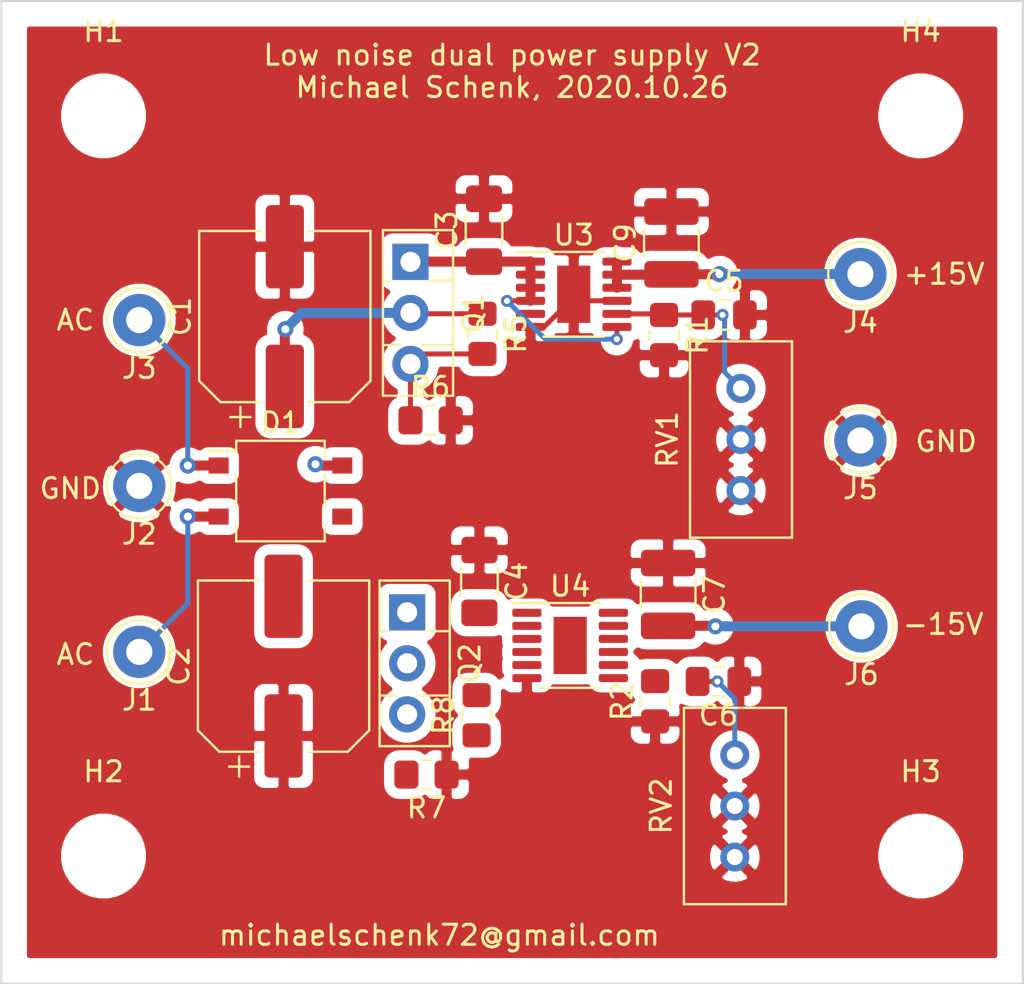
<source format=kicad_pcb>
(kicad_pcb (version 20171130) (host pcbnew "(5.1.7-0-10_14)")

  (general
    (thickness 1.6)
    (drawings 12)
    (tracks 66)
    (zones 0)
    (modules 31)
    (nets 14)
  )

  (page A4)
  (layers
    (0 F.Cu signal)
    (31 B.Cu signal)
    (32 B.Adhes user)
    (33 F.Adhes user)
    (34 B.Paste user)
    (35 F.Paste user)
    (36 B.SilkS user)
    (37 F.SilkS user)
    (38 B.Mask user)
    (39 F.Mask user)
    (40 Dwgs.User user)
    (41 Cmts.User user)
    (42 Eco1.User user)
    (43 Eco2.User user)
    (44 Edge.Cuts user)
    (45 Margin user)
    (46 B.CrtYd user)
    (47 F.CrtYd user)
    (48 B.Fab user)
    (49 F.Fab user)
  )

  (setup
    (last_trace_width 0.5)
    (user_trace_width 0.5)
    (trace_clearance 0.2)
    (zone_clearance 0.508)
    (zone_45_only no)
    (trace_min 0.2)
    (via_size 0.8)
    (via_drill 0.4)
    (via_min_size 0.4)
    (via_min_drill 0.3)
    (user_via 0.6 0.3)
    (uvia_size 0.3)
    (uvia_drill 0.1)
    (uvias_allowed no)
    (uvia_min_size 0.2)
    (uvia_min_drill 0.1)
    (edge_width 0.05)
    (segment_width 0.2)
    (pcb_text_width 0.3)
    (pcb_text_size 1.5 1.5)
    (mod_edge_width 0.12)
    (mod_text_size 1 1)
    (mod_text_width 0.15)
    (pad_size 1.524 1.524)
    (pad_drill 0.762)
    (pad_to_mask_clearance 0)
    (aux_axis_origin 0 0)
    (visible_elements FFFFFF7F)
    (pcbplotparams
      (layerselection 0x010f0_ffffffff)
      (usegerberextensions false)
      (usegerberattributes false)
      (usegerberadvancedattributes false)
      (creategerberjobfile false)
      (excludeedgelayer true)
      (linewidth 0.100000)
      (plotframeref false)
      (viasonmask false)
      (mode 1)
      (useauxorigin false)
      (hpglpennumber 1)
      (hpglpenspeed 20)
      (hpglpendiameter 15.000000)
      (psnegative false)
      (psa4output false)
      (plotreference true)
      (plotvalue false)
      (plotinvisibletext false)
      (padsonsilk true)
      (subtractmaskfromsilk false)
      (outputformat 1)
      (mirror false)
      (drillshape 0)
      (scaleselection 1)
      (outputdirectory "gerber/"))
  )

  (net 0 "")
  (net 1 GND)
  (net 2 "Net-(C1-Pad1)")
  (net 3 "Net-(C2-Pad2)")
  (net 4 "Net-(C5-Pad1)")
  (net 5 "Net-(C6-Pad2)")
  (net 6 "Net-(D1-Pad2)")
  (net 7 "Net-(D1-Pad1)")
  (net 8 "Net-(C3-Pad1)")
  (net 9 "Net-(C4-Pad2)")
  (net 10 "Net-(Q1-Pad3)")
  (net 11 "Net-(Q2-Pad3)")
  (net 12 "Net-(C9-Pad1)")
  (net 13 "Net-(C7-Pad2)")

  (net_class Default "This is the default net class."
    (clearance 0.2)
    (trace_width 0.25)
    (via_dia 0.8)
    (via_drill 0.4)
    (uvia_dia 0.3)
    (uvia_drill 0.1)
    (add_net GND)
    (add_net "Net-(C1-Pad1)")
    (add_net "Net-(C2-Pad2)")
    (add_net "Net-(C3-Pad1)")
    (add_net "Net-(C4-Pad2)")
    (add_net "Net-(C5-Pad1)")
    (add_net "Net-(C6-Pad2)")
    (add_net "Net-(C7-Pad2)")
    (add_net "Net-(C9-Pad1)")
    (add_net "Net-(D1-Pad1)")
    (add_net "Net-(D1-Pad2)")
    (add_net "Net-(Q1-Pad3)")
    (add_net "Net-(Q2-Pad3)")
  )

  (module Capacitor_SMD:CP_Elec_8x6.9 (layer F.Cu) (tedit 5BCA39D0) (tstamp 5F9F539D)
    (at 94.0435 73.1 90)
    (descr "SMD capacitor, aluminum electrolytic, Panasonic E7, 8.0x6.9mm")
    (tags "capacitor electrolytic")
    (path /5F98959C)
    (attr smd)
    (fp_text reference C2 (at 0 -5.2 90) (layer F.SilkS)
      (effects (font (size 1 1) (thickness 0.15)))
    )
    (fp_text value 100u (at 0 5.2 90) (layer F.Fab)
      (effects (font (size 1 1) (thickness 0.15)))
    )
    (fp_circle (center 0 0) (end 4 0) (layer F.Fab) (width 0.1))
    (fp_line (start 4.15 -4.15) (end 4.15 4.15) (layer F.Fab) (width 0.1))
    (fp_line (start -3.15 -4.15) (end 4.15 -4.15) (layer F.Fab) (width 0.1))
    (fp_line (start -3.15 4.15) (end 4.15 4.15) (layer F.Fab) (width 0.1))
    (fp_line (start -4.15 -3.15) (end -4.15 3.15) (layer F.Fab) (width 0.1))
    (fp_line (start -4.15 -3.15) (end -3.15 -4.15) (layer F.Fab) (width 0.1))
    (fp_line (start -4.15 3.15) (end -3.15 4.15) (layer F.Fab) (width 0.1))
    (fp_line (start -3.562278 -1.5) (end -2.762278 -1.5) (layer F.Fab) (width 0.1))
    (fp_line (start -3.162278 -1.9) (end -3.162278 -1.1) (layer F.Fab) (width 0.1))
    (fp_line (start 4.26 4.26) (end 4.26 1.21) (layer F.SilkS) (width 0.12))
    (fp_line (start 4.26 -4.26) (end 4.26 -1.21) (layer F.SilkS) (width 0.12))
    (fp_line (start -3.195563 -4.26) (end 4.26 -4.26) (layer F.SilkS) (width 0.12))
    (fp_line (start -3.195563 4.26) (end 4.26 4.26) (layer F.SilkS) (width 0.12))
    (fp_line (start -4.26 3.195563) (end -4.26 1.21) (layer F.SilkS) (width 0.12))
    (fp_line (start -4.26 -3.195563) (end -4.26 -1.21) (layer F.SilkS) (width 0.12))
    (fp_line (start -4.26 -3.195563) (end -3.195563 -4.26) (layer F.SilkS) (width 0.12))
    (fp_line (start -4.26 3.195563) (end -3.195563 4.26) (layer F.SilkS) (width 0.12))
    (fp_line (start -5.5 -2.21) (end -4.5 -2.21) (layer F.SilkS) (width 0.12))
    (fp_line (start -5 -2.71) (end -5 -1.71) (layer F.SilkS) (width 0.12))
    (fp_line (start 4.4 -4.4) (end 4.4 -1.2) (layer F.CrtYd) (width 0.05))
    (fp_line (start 4.4 -1.2) (end 5.8 -1.2) (layer F.CrtYd) (width 0.05))
    (fp_line (start 5.8 -1.2) (end 5.8 1.2) (layer F.CrtYd) (width 0.05))
    (fp_line (start 5.8 1.2) (end 4.4 1.2) (layer F.CrtYd) (width 0.05))
    (fp_line (start 4.4 1.2) (end 4.4 4.4) (layer F.CrtYd) (width 0.05))
    (fp_line (start -3.25 4.4) (end 4.4 4.4) (layer F.CrtYd) (width 0.05))
    (fp_line (start -3.25 -4.4) (end 4.4 -4.4) (layer F.CrtYd) (width 0.05))
    (fp_line (start -4.4 3.25) (end -3.25 4.4) (layer F.CrtYd) (width 0.05))
    (fp_line (start -4.4 -3.25) (end -3.25 -4.4) (layer F.CrtYd) (width 0.05))
    (fp_line (start -4.4 -3.25) (end -4.4 -1.2) (layer F.CrtYd) (width 0.05))
    (fp_line (start -4.4 1.2) (end -4.4 3.25) (layer F.CrtYd) (width 0.05))
    (fp_line (start -4.4 -1.2) (end -5.8 -1.2) (layer F.CrtYd) (width 0.05))
    (fp_line (start -5.8 -1.2) (end -5.8 1.2) (layer F.CrtYd) (width 0.05))
    (fp_line (start -5.8 1.2) (end -4.4 1.2) (layer F.CrtYd) (width 0.05))
    (fp_text user %R (at 0 0 90) (layer F.Fab)
      (effects (font (size 1 1) (thickness 0.15)))
    )
    (pad 2 smd roundrect (at 3.475 0 90) (size 4.15 1.9) (layers F.Cu F.Paste F.Mask) (roundrect_rratio 0.131579)
      (net 3 "Net-(C2-Pad2)"))
    (pad 1 smd roundrect (at -3.475 0 90) (size 4.15 1.9) (layers F.Cu F.Paste F.Mask) (roundrect_rratio 0.131579)
      (net 1 GND))
    (model ${KISYS3DMOD}/Capacitor_SMD.3dshapes/CP_Elec_8x6.9.wrl
      (at (xyz 0 0 0))
      (scale (xyz 1 1 1))
      (rotate (xyz 0 0 0))
    )
  )

  (module Potentiometer_THT:Potentiometer_Bourns_3296W_Vertical (layer F.Cu) (tedit 5A3D4994) (tstamp 5F9F160F)
    (at 116.4844 77.5208 90)
    (descr "Potentiometer, vertical, Bourns 3296W, https://www.bourns.com/pdfs/3296.pdf")
    (tags "Potentiometer vertical Bourns 3296W")
    (path /5FABA31D)
    (fp_text reference RV2 (at -2.54 -3.66 90) (layer F.SilkS)
      (effects (font (size 1 1) (thickness 0.15)))
    )
    (fp_text value 200k (at -2.54 3.67 90) (layer F.Fab)
      (effects (font (size 1 1) (thickness 0.15)))
    )
    (fp_line (start 2.5 -2.7) (end -7.6 -2.7) (layer F.CrtYd) (width 0.05))
    (fp_line (start 2.5 2.7) (end 2.5 -2.7) (layer F.CrtYd) (width 0.05))
    (fp_line (start -7.6 2.7) (end 2.5 2.7) (layer F.CrtYd) (width 0.05))
    (fp_line (start -7.6 -2.7) (end -7.6 2.7) (layer F.CrtYd) (width 0.05))
    (fp_line (start 2.345 -2.53) (end 2.345 2.54) (layer F.SilkS) (width 0.12))
    (fp_line (start -7.425 -2.53) (end -7.425 2.54) (layer F.SilkS) (width 0.12))
    (fp_line (start -7.425 2.54) (end 2.345 2.54) (layer F.SilkS) (width 0.12))
    (fp_line (start -7.425 -2.53) (end 2.345 -2.53) (layer F.SilkS) (width 0.12))
    (fp_line (start 0.955 2.235) (end 0.956 0.066) (layer F.Fab) (width 0.1))
    (fp_line (start 0.955 2.235) (end 0.956 0.066) (layer F.Fab) (width 0.1))
    (fp_line (start 2.225 -2.41) (end -7.305 -2.41) (layer F.Fab) (width 0.1))
    (fp_line (start 2.225 2.42) (end 2.225 -2.41) (layer F.Fab) (width 0.1))
    (fp_line (start -7.305 2.42) (end 2.225 2.42) (layer F.Fab) (width 0.1))
    (fp_line (start -7.305 -2.41) (end -7.305 2.42) (layer F.Fab) (width 0.1))
    (fp_circle (center 0.955 1.15) (end 2.05 1.15) (layer F.Fab) (width 0.1))
    (fp_text user %R (at -3.175 0.005 90) (layer F.Fab)
      (effects (font (size 1 1) (thickness 0.15)))
    )
    (pad 3 thru_hole circle (at -5.08 0 90) (size 1.44 1.44) (drill 0.8) (layers *.Cu *.Mask)
      (net 1 GND))
    (pad 2 thru_hole circle (at -2.54 0 90) (size 1.44 1.44) (drill 0.8) (layers *.Cu *.Mask)
      (net 1 GND))
    (pad 1 thru_hole circle (at 0 0 90) (size 1.44 1.44) (drill 0.8) (layers *.Cu *.Mask)
      (net 5 "Net-(C6-Pad2)"))
    (model ${KISYS3DMOD}/Potentiometer_THT.3dshapes/Potentiometer_Bourns_3296W_Vertical.wrl
      (at (xyz 0 0 0))
      (scale (xyz 1 1 1))
      (rotate (xyz 0 0 0))
    )
  )

  (module Resistor_SMD:R_0805_2012Metric_Pad1.20x1.40mm_HandSolder (layer F.Cu) (tedit 5F68FEEE) (tstamp 5F9F1562)
    (at 112.522 74.8505 90)
    (descr "Resistor SMD 0805 (2012 Metric), square (rectangular) end terminal, IPC_7351 nominal with elongated pad for handsoldering. (Body size source: IPC-SM-782 page 72, https://www.pcb-3d.com/wordpress/wp-content/uploads/ipc-sm-782a_amendment_1_and_2.pdf), generated with kicad-footprint-generator")
    (tags "resistor handsolder")
    (path /5FAB6814)
    (attr smd)
    (fp_text reference R2 (at 0 -1.65 90) (layer F.SilkS)
      (effects (font (size 1 1) (thickness 0.15)))
    )
    (fp_text value 150k (at 0 1.65 90) (layer F.Fab)
      (effects (font (size 1 1) (thickness 0.15)))
    )
    (fp_line (start 1.85 0.95) (end -1.85 0.95) (layer F.CrtYd) (width 0.05))
    (fp_line (start 1.85 -0.95) (end 1.85 0.95) (layer F.CrtYd) (width 0.05))
    (fp_line (start -1.85 -0.95) (end 1.85 -0.95) (layer F.CrtYd) (width 0.05))
    (fp_line (start -1.85 0.95) (end -1.85 -0.95) (layer F.CrtYd) (width 0.05))
    (fp_line (start -0.227064 0.735) (end 0.227064 0.735) (layer F.SilkS) (width 0.12))
    (fp_line (start -0.227064 -0.735) (end 0.227064 -0.735) (layer F.SilkS) (width 0.12))
    (fp_line (start 1 0.625) (end -1 0.625) (layer F.Fab) (width 0.1))
    (fp_line (start 1 -0.625) (end 1 0.625) (layer F.Fab) (width 0.1))
    (fp_line (start -1 -0.625) (end 1 -0.625) (layer F.Fab) (width 0.1))
    (fp_line (start -1 0.625) (end -1 -0.625) (layer F.Fab) (width 0.1))
    (fp_text user %R (at 0 0 90) (layer F.Fab)
      (effects (font (size 0.5 0.5) (thickness 0.08)))
    )
    (pad 2 smd roundrect (at 1 0 90) (size 1.2 1.4) (layers F.Cu F.Paste F.Mask) (roundrect_rratio 0.208333)
      (net 5 "Net-(C6-Pad2)"))
    (pad 1 smd roundrect (at -1 0 90) (size 1.2 1.4) (layers F.Cu F.Paste F.Mask) (roundrect_rratio 0.208333)
      (net 1 GND))
    (model ${KISYS3DMOD}/Resistor_SMD.3dshapes/R_0805_2012Metric.wrl
      (at (xyz 0 0 0))
      (scale (xyz 1 1 1))
      (rotate (xyz 0 0 0))
    )
  )

  (module Capacitor_SMD:C_1210_3225Metric_Pad1.33x2.70mm_HandSolder (layer F.Cu) (tedit 5F68FEEF) (tstamp 5F9F13E5)
    (at 113.1697 69.5325 270)
    (descr "Capacitor SMD 1210 (3225 Metric), square (rectangular) end terminal, IPC_7351 nominal with elongated pad for handsoldering. (Body size source: IPC-SM-782 page 76, https://www.pcb-3d.com/wordpress/wp-content/uploads/ipc-sm-782a_amendment_1_and_2.pdf), generated with kicad-footprint-generator")
    (tags "capacitor handsolder")
    (path /5FAC8BF4)
    (attr smd)
    (fp_text reference C7 (at 0 -2.3 90) (layer F.SilkS)
      (effects (font (size 1 1) (thickness 0.15)))
    )
    (fp_text value 10u (at 0 2.3 90) (layer F.Fab)
      (effects (font (size 1 1) (thickness 0.15)))
    )
    (fp_line (start 2.48 1.6) (end -2.48 1.6) (layer F.CrtYd) (width 0.05))
    (fp_line (start 2.48 -1.6) (end 2.48 1.6) (layer F.CrtYd) (width 0.05))
    (fp_line (start -2.48 -1.6) (end 2.48 -1.6) (layer F.CrtYd) (width 0.05))
    (fp_line (start -2.48 1.6) (end -2.48 -1.6) (layer F.CrtYd) (width 0.05))
    (fp_line (start -0.711252 1.36) (end 0.711252 1.36) (layer F.SilkS) (width 0.12))
    (fp_line (start -0.711252 -1.36) (end 0.711252 -1.36) (layer F.SilkS) (width 0.12))
    (fp_line (start 1.6 1.25) (end -1.6 1.25) (layer F.Fab) (width 0.1))
    (fp_line (start 1.6 -1.25) (end 1.6 1.25) (layer F.Fab) (width 0.1))
    (fp_line (start -1.6 -1.25) (end 1.6 -1.25) (layer F.Fab) (width 0.1))
    (fp_line (start -1.6 1.25) (end -1.6 -1.25) (layer F.Fab) (width 0.1))
    (fp_text user %R (at 0 0 90) (layer F.Fab)
      (effects (font (size 0.8 0.8) (thickness 0.12)))
    )
    (pad 2 smd roundrect (at 1.5625 0 270) (size 1.325 2.7) (layers F.Cu F.Paste F.Mask) (roundrect_rratio 0.188679)
      (net 13 "Net-(C7-Pad2)"))
    (pad 1 smd roundrect (at -1.5625 0 270) (size 1.325 2.7) (layers F.Cu F.Paste F.Mask) (roundrect_rratio 0.188679)
      (net 1 GND))
    (model ${KISYS3DMOD}/Capacitor_SMD.3dshapes/C_1210_3225Metric.wrl
      (at (xyz 0 0 0))
      (scale (xyz 1 1 1))
      (rotate (xyz 0 0 0))
    )
  )

  (module Capacitor_SMD:C_0805_2012Metric_Pad1.18x1.45mm_HandSolder (layer F.Cu) (tedit 5F68FEEF) (tstamp 5F9F13D4)
    (at 115.6716 73.8632 180)
    (descr "Capacitor SMD 0805 (2012 Metric), square (rectangular) end terminal, IPC_7351 nominal with elongated pad for handsoldering. (Body size source: IPC-SM-782 page 76, https://www.pcb-3d.com/wordpress/wp-content/uploads/ipc-sm-782a_amendment_1_and_2.pdf, https://docs.google.com/spreadsheets/d/1BsfQQcO9C6DZCsRaXUlFlo91Tg2WpOkGARC1WS5S8t0/edit?usp=sharing), generated with kicad-footprint-generator")
    (tags "capacitor handsolder")
    (path /5FAB613A)
    (attr smd)
    (fp_text reference C6 (at 0 -1.68) (layer F.SilkS)
      (effects (font (size 1 1) (thickness 0.15)))
    )
    (fp_text value 0.47u (at 0 1.68) (layer F.Fab)
      (effects (font (size 1 1) (thickness 0.15)))
    )
    (fp_line (start 1.88 0.98) (end -1.88 0.98) (layer F.CrtYd) (width 0.05))
    (fp_line (start 1.88 -0.98) (end 1.88 0.98) (layer F.CrtYd) (width 0.05))
    (fp_line (start -1.88 -0.98) (end 1.88 -0.98) (layer F.CrtYd) (width 0.05))
    (fp_line (start -1.88 0.98) (end -1.88 -0.98) (layer F.CrtYd) (width 0.05))
    (fp_line (start -0.261252 0.735) (end 0.261252 0.735) (layer F.SilkS) (width 0.12))
    (fp_line (start -0.261252 -0.735) (end 0.261252 -0.735) (layer F.SilkS) (width 0.12))
    (fp_line (start 1 0.625) (end -1 0.625) (layer F.Fab) (width 0.1))
    (fp_line (start 1 -0.625) (end 1 0.625) (layer F.Fab) (width 0.1))
    (fp_line (start -1 -0.625) (end 1 -0.625) (layer F.Fab) (width 0.1))
    (fp_line (start -1 0.625) (end -1 -0.625) (layer F.Fab) (width 0.1))
    (fp_text user %R (at 0 0) (layer F.Fab)
      (effects (font (size 0.5 0.5) (thickness 0.08)))
    )
    (pad 2 smd roundrect (at 1.0375 0 180) (size 1.175 1.45) (layers F.Cu F.Paste F.Mask) (roundrect_rratio 0.212766)
      (net 5 "Net-(C6-Pad2)"))
    (pad 1 smd roundrect (at -1.0375 0 180) (size 1.175 1.45) (layers F.Cu F.Paste F.Mask) (roundrect_rratio 0.212766)
      (net 1 GND))
    (model ${KISYS3DMOD}/Capacitor_SMD.3dshapes/C_0805_2012Metric.wrl
      (at (xyz 0 0 0))
      (scale (xyz 1 1 1))
      (rotate (xyz 0 0 0))
    )
  )

  (module Capacitor_SMD:C_1206_3216Metric_Pad1.33x1.80mm_HandSolder (layer F.Cu) (tedit 5F68FEEF) (tstamp 5F9F13A3)
    (at 103.7844 68.8844 270)
    (descr "Capacitor SMD 1206 (3216 Metric), square (rectangular) end terminal, IPC_7351 nominal with elongated pad for handsoldering. (Body size source: IPC-SM-782 page 76, https://www.pcb-3d.com/wordpress/wp-content/uploads/ipc-sm-782a_amendment_1_and_2.pdf), generated with kicad-footprint-generator")
    (tags "capacitor handsolder")
    (path /5FAB57DC)
    (attr smd)
    (fp_text reference C4 (at 0 -1.85 90) (layer F.SilkS)
      (effects (font (size 1 1) (thickness 0.15)))
    )
    (fp_text value 4.7u (at 0 1.85 90) (layer F.Fab)
      (effects (font (size 1 1) (thickness 0.15)))
    )
    (fp_line (start 2.48 1.15) (end -2.48 1.15) (layer F.CrtYd) (width 0.05))
    (fp_line (start 2.48 -1.15) (end 2.48 1.15) (layer F.CrtYd) (width 0.05))
    (fp_line (start -2.48 -1.15) (end 2.48 -1.15) (layer F.CrtYd) (width 0.05))
    (fp_line (start -2.48 1.15) (end -2.48 -1.15) (layer F.CrtYd) (width 0.05))
    (fp_line (start -0.711252 0.91) (end 0.711252 0.91) (layer F.SilkS) (width 0.12))
    (fp_line (start -0.711252 -0.91) (end 0.711252 -0.91) (layer F.SilkS) (width 0.12))
    (fp_line (start 1.6 0.8) (end -1.6 0.8) (layer F.Fab) (width 0.1))
    (fp_line (start 1.6 -0.8) (end 1.6 0.8) (layer F.Fab) (width 0.1))
    (fp_line (start -1.6 -0.8) (end 1.6 -0.8) (layer F.Fab) (width 0.1))
    (fp_line (start -1.6 0.8) (end -1.6 -0.8) (layer F.Fab) (width 0.1))
    (fp_text user %R (at 0 0 90) (layer F.Fab)
      (effects (font (size 0.8 0.8) (thickness 0.12)))
    )
    (pad 2 smd roundrect (at 1.5625 0 270) (size 1.325 1.8) (layers F.Cu F.Paste F.Mask) (roundrect_rratio 0.188679)
      (net 9 "Net-(C4-Pad2)"))
    (pad 1 smd roundrect (at -1.5625 0 270) (size 1.325 1.8) (layers F.Cu F.Paste F.Mask) (roundrect_rratio 0.188679)
      (net 1 GND))
    (model ${KISYS3DMOD}/Capacitor_SMD.3dshapes/C_1206_3216Metric.wrl
      (at (xyz 0 0 0))
      (scale (xyz 1 1 1))
      (rotate (xyz 0 0 0))
    )
  )

  (module Package_SO:MSOP-12-1EP_3x4mm_P0.65mm_EP1.65x2.85mm (layer F.Cu) (tedit 5DC5FE75) (tstamp 5F9EBC61)
    (at 108.2966 72.0719)
    (descr "MSOP, 12 Pin (https://www.analog.com/media/en/technical-documentation/data-sheets/3652fe.pdf#page=24), generated with kicad-footprint-generator ipc_gullwing_generator.py")
    (tags "MSOP SO")
    (path /5F9C7AC9)
    (attr smd)
    (fp_text reference U4 (at 0 -2.95) (layer F.SilkS)
      (effects (font (size 1 1) (thickness 0.15)))
    )
    (fp_text value LT3094xMSE (at 0 2.95) (layer F.Fab)
      (effects (font (size 1 1) (thickness 0.15)))
    )
    (fp_line (start 0 2.11) (end 1.5 2.11) (layer F.SilkS) (width 0.12))
    (fp_line (start 0 2.11) (end -1.5 2.11) (layer F.SilkS) (width 0.12))
    (fp_line (start 0 -2.11) (end 1.5 -2.11) (layer F.SilkS) (width 0.12))
    (fp_line (start 0 -2.11) (end -2.875 -2.11) (layer F.SilkS) (width 0.12))
    (fp_line (start -0.75 -2) (end 1.5 -2) (layer F.Fab) (width 0.1))
    (fp_line (start 1.5 -2) (end 1.5 2) (layer F.Fab) (width 0.1))
    (fp_line (start 1.5 2) (end -1.5 2) (layer F.Fab) (width 0.1))
    (fp_line (start -1.5 2) (end -1.5 -1.25) (layer F.Fab) (width 0.1))
    (fp_line (start -1.5 -1.25) (end -0.75 -2) (layer F.Fab) (width 0.1))
    (fp_line (start -3.12 -2.25) (end -3.12 2.25) (layer F.CrtYd) (width 0.05))
    (fp_line (start -3.12 2.25) (end 3.12 2.25) (layer F.CrtYd) (width 0.05))
    (fp_line (start 3.12 2.25) (end 3.12 -2.25) (layer F.CrtYd) (width 0.05))
    (fp_line (start 3.12 -2.25) (end -3.12 -2.25) (layer F.CrtYd) (width 0.05))
    (fp_text user %R (at 0 0) (layer F.Fab)
      (effects (font (size 0.75 0.75) (thickness 0.11)))
    )
    (pad "" smd roundrect (at 0.41 0.71) (size 0.67 1.15) (layers F.Paste) (roundrect_rratio 0.25))
    (pad "" smd roundrect (at 0.41 -0.71) (size 0.67 1.15) (layers F.Paste) (roundrect_rratio 0.25))
    (pad "" smd roundrect (at -0.41 0.71) (size 0.67 1.15) (layers F.Paste) (roundrect_rratio 0.25))
    (pad "" smd roundrect (at -0.41 -0.71) (size 0.67 1.15) (layers F.Paste) (roundrect_rratio 0.25))
    (pad 13 smd rect (at 0 0) (size 1.65 2.85) (layers F.Cu F.Mask)
      (net 9 "Net-(C4-Pad2)"))
    (pad 12 smd roundrect (at 2.15 -1.625) (size 1.45 0.4) (layers F.Cu F.Paste F.Mask) (roundrect_rratio 0.25)
      (net 13 "Net-(C7-Pad2)"))
    (pad 11 smd roundrect (at 2.15 -0.975) (size 1.45 0.4) (layers F.Cu F.Paste F.Mask) (roundrect_rratio 0.25)
      (net 13 "Net-(C7-Pad2)"))
    (pad 10 smd roundrect (at 2.15 -0.325) (size 1.45 0.4) (layers F.Cu F.Paste F.Mask) (roundrect_rratio 0.25)
      (net 13 "Net-(C7-Pad2)"))
    (pad 9 smd roundrect (at 2.15 0.325) (size 1.45 0.4) (layers F.Cu F.Paste F.Mask) (roundrect_rratio 0.25)
      (net 1 GND))
    (pad 8 smd roundrect (at 2.15 0.975) (size 1.45 0.4) (layers F.Cu F.Paste F.Mask) (roundrect_rratio 0.25)
      (net 5 "Net-(C6-Pad2)"))
    (pad 7 smd roundrect (at 2.15 1.625) (size 1.45 0.4) (layers F.Cu F.Paste F.Mask) (roundrect_rratio 0.25))
    (pad 6 smd roundrect (at -2.15 1.625) (size 1.45 0.4) (layers F.Cu F.Paste F.Mask) (roundrect_rratio 0.25)
      (net 1 GND))
    (pad 5 smd roundrect (at -2.15 0.975) (size 1.45 0.4) (layers F.Cu F.Paste F.Mask) (roundrect_rratio 0.25)
      (net 9 "Net-(C4-Pad2)"))
    (pad 4 smd roundrect (at -2.15 0.325) (size 1.45 0.4) (layers F.Cu F.Paste F.Mask) (roundrect_rratio 0.25))
    (pad 3 smd roundrect (at -2.15 -0.325) (size 1.45 0.4) (layers F.Cu F.Paste F.Mask) (roundrect_rratio 0.25)
      (net 9 "Net-(C4-Pad2)"))
    (pad 2 smd roundrect (at -2.15 -0.975) (size 1.45 0.4) (layers F.Cu F.Paste F.Mask) (roundrect_rratio 0.25)
      (net 9 "Net-(C4-Pad2)"))
    (pad 1 smd roundrect (at -2.15 -1.625) (size 1.45 0.4) (layers F.Cu F.Paste F.Mask) (roundrect_rratio 0.25)
      (net 9 "Net-(C4-Pad2)"))
    (model ${KISYS3DMOD}/Package_SO.3dshapes/MSOP-12-1EP_3x4mm_P0.65mm_EP1.65x2.85mm.wrl
      (at (xyz 0 0 0))
      (scale (xyz 1 1 1))
      (rotate (xyz 0 0 0))
    )
  )

  (module Package_SO:MSOP-12-1EP_3x4mm_P0.65mm_EP1.65x2.85mm (layer F.Cu) (tedit 5DC5FE75) (tstamp 5F9EBC3E)
    (at 108.4744 54.5979)
    (descr "MSOP, 12 Pin (https://www.analog.com/media/en/technical-documentation/data-sheets/3652fe.pdf#page=24), generated with kicad-footprint-generator ipc_gullwing_generator.py")
    (tags "MSOP SO")
    (path /5F9C6A19)
    (attr smd)
    (fp_text reference U3 (at 0 -2.95) (layer F.SilkS)
      (effects (font (size 1 1) (thickness 0.15)))
    )
    (fp_text value LT3045xMSE (at 0 2.95) (layer F.Fab)
      (effects (font (size 1 1) (thickness 0.15)))
    )
    (fp_line (start 0 2.11) (end 1.5 2.11) (layer F.SilkS) (width 0.12))
    (fp_line (start 0 2.11) (end -1.5 2.11) (layer F.SilkS) (width 0.12))
    (fp_line (start 0 -2.11) (end 1.5 -2.11) (layer F.SilkS) (width 0.12))
    (fp_line (start 0 -2.11) (end -2.875 -2.11) (layer F.SilkS) (width 0.12))
    (fp_line (start -0.75 -2) (end 1.5 -2) (layer F.Fab) (width 0.1))
    (fp_line (start 1.5 -2) (end 1.5 2) (layer F.Fab) (width 0.1))
    (fp_line (start 1.5 2) (end -1.5 2) (layer F.Fab) (width 0.1))
    (fp_line (start -1.5 2) (end -1.5 -1.25) (layer F.Fab) (width 0.1))
    (fp_line (start -1.5 -1.25) (end -0.75 -2) (layer F.Fab) (width 0.1))
    (fp_line (start -3.12 -2.25) (end -3.12 2.25) (layer F.CrtYd) (width 0.05))
    (fp_line (start -3.12 2.25) (end 3.12 2.25) (layer F.CrtYd) (width 0.05))
    (fp_line (start 3.12 2.25) (end 3.12 -2.25) (layer F.CrtYd) (width 0.05))
    (fp_line (start 3.12 -2.25) (end -3.12 -2.25) (layer F.CrtYd) (width 0.05))
    (fp_text user %R (at 0 0) (layer F.Fab)
      (effects (font (size 0.75 0.75) (thickness 0.11)))
    )
    (pad "" smd roundrect (at 0.41 0.71) (size 0.67 1.15) (layers F.Paste) (roundrect_rratio 0.25))
    (pad "" smd roundrect (at 0.41 -0.71) (size 0.67 1.15) (layers F.Paste) (roundrect_rratio 0.25))
    (pad "" smd roundrect (at -0.41 0.71) (size 0.67 1.15) (layers F.Paste) (roundrect_rratio 0.25))
    (pad "" smd roundrect (at -0.41 -0.71) (size 0.67 1.15) (layers F.Paste) (roundrect_rratio 0.25))
    (pad 13 smd rect (at 0 0) (size 1.65 2.85) (layers F.Cu F.Mask)
      (net 1 GND))
    (pad 12 smd roundrect (at 2.15 -1.625) (size 1.45 0.4) (layers F.Cu F.Paste F.Mask) (roundrect_rratio 0.25)
      (net 12 "Net-(C9-Pad1)"))
    (pad 11 smd roundrect (at 2.15 -0.975) (size 1.45 0.4) (layers F.Cu F.Paste F.Mask) (roundrect_rratio 0.25)
      (net 12 "Net-(C9-Pad1)"))
    (pad 10 smd roundrect (at 2.15 -0.325) (size 1.45 0.4) (layers F.Cu F.Paste F.Mask) (roundrect_rratio 0.25)
      (net 12 "Net-(C9-Pad1)"))
    (pad 9 smd roundrect (at 2.15 0.325) (size 1.45 0.4) (layers F.Cu F.Paste F.Mask) (roundrect_rratio 0.25)
      (net 1 GND))
    (pad 8 smd roundrect (at 2.15 0.975) (size 1.45 0.4) (layers F.Cu F.Paste F.Mask) (roundrect_rratio 0.25)
      (net 4 "Net-(C5-Pad1)"))
    (pad 7 smd roundrect (at 2.15 1.625) (size 1.45 0.4) (layers F.Cu F.Paste F.Mask) (roundrect_rratio 0.25)
      (net 8 "Net-(C3-Pad1)"))
    (pad 6 smd roundrect (at -2.15 1.625) (size 1.45 0.4) (layers F.Cu F.Paste F.Mask) (roundrect_rratio 0.25)
      (net 1 GND))
    (pad 5 smd roundrect (at -2.15 0.975) (size 1.45 0.4) (layers F.Cu F.Paste F.Mask) (roundrect_rratio 0.25))
    (pad 4 smd roundrect (at -2.15 0.325) (size 1.45 0.4) (layers F.Cu F.Paste F.Mask) (roundrect_rratio 0.25)
      (net 8 "Net-(C3-Pad1)"))
    (pad 3 smd roundrect (at -2.15 -0.325) (size 1.45 0.4) (layers F.Cu F.Paste F.Mask) (roundrect_rratio 0.25)
      (net 8 "Net-(C3-Pad1)"))
    (pad 2 smd roundrect (at -2.15 -0.975) (size 1.45 0.4) (layers F.Cu F.Paste F.Mask) (roundrect_rratio 0.25)
      (net 8 "Net-(C3-Pad1)"))
    (pad 1 smd roundrect (at -2.15 -1.625) (size 1.45 0.4) (layers F.Cu F.Paste F.Mask) (roundrect_rratio 0.25)
      (net 8 "Net-(C3-Pad1)"))
    (model ${KISYS3DMOD}/Package_SO.3dshapes/MSOP-12-1EP_3x4mm_P0.65mm_EP1.65x2.85mm.wrl
      (at (xyz 0 0 0))
      (scale (xyz 1 1 1))
      (rotate (xyz 0 0 0))
    )
  )

  (module Capacitor_SMD:C_1210_3225Metric_Pad1.33x2.70mm_HandSolder (layer F.Cu) (tedit 5F68FEEF) (tstamp 5F958C24)
    (at 113.3348 52.0442 90)
    (descr "Capacitor SMD 1210 (3225 Metric), square (rectangular) end terminal, IPC_7351 nominal with elongated pad for handsoldering. (Body size source: IPC-SM-782 page 76, https://www.pcb-3d.com/wordpress/wp-content/uploads/ipc-sm-782a_amendment_1_and_2.pdf), generated with kicad-footprint-generator")
    (tags "capacitor handsolder")
    (path /5F973298)
    (attr smd)
    (fp_text reference C9 (at 0 -2.3 90) (layer F.SilkS)
      (effects (font (size 1 1) (thickness 0.15)))
    )
    (fp_text value 10u (at 0 2.3 90) (layer F.Fab)
      (effects (font (size 1 1) (thickness 0.15)))
    )
    (fp_line (start -1.6 1.25) (end -1.6 -1.25) (layer F.Fab) (width 0.1))
    (fp_line (start -1.6 -1.25) (end 1.6 -1.25) (layer F.Fab) (width 0.1))
    (fp_line (start 1.6 -1.25) (end 1.6 1.25) (layer F.Fab) (width 0.1))
    (fp_line (start 1.6 1.25) (end -1.6 1.25) (layer F.Fab) (width 0.1))
    (fp_line (start -0.711252 -1.36) (end 0.711252 -1.36) (layer F.SilkS) (width 0.12))
    (fp_line (start -0.711252 1.36) (end 0.711252 1.36) (layer F.SilkS) (width 0.12))
    (fp_line (start -2.48 1.6) (end -2.48 -1.6) (layer F.CrtYd) (width 0.05))
    (fp_line (start -2.48 -1.6) (end 2.48 -1.6) (layer F.CrtYd) (width 0.05))
    (fp_line (start 2.48 -1.6) (end 2.48 1.6) (layer F.CrtYd) (width 0.05))
    (fp_line (start 2.48 1.6) (end -2.48 1.6) (layer F.CrtYd) (width 0.05))
    (fp_text user %R (at 0 0 90) (layer F.Fab)
      (effects (font (size 0.8 0.8) (thickness 0.12)))
    )
    (pad 2 smd roundrect (at 1.5625 0 90) (size 1.325 2.7) (layers F.Cu F.Paste F.Mask) (roundrect_rratio 0.188679)
      (net 1 GND))
    (pad 1 smd roundrect (at -1.5625 0 90) (size 1.325 2.7) (layers F.Cu F.Paste F.Mask) (roundrect_rratio 0.188679)
      (net 12 "Net-(C9-Pad1)"))
    (model ${KISYS3DMOD}/Capacitor_SMD.3dshapes/C_1210_3225Metric.wrl
      (at (xyz 0 0 0))
      (scale (xyz 1 1 1))
      (rotate (xyz 0 0 0))
    )
  )

  (module Capacitor_SMD:C_0805_2012Metric_Pad1.18x1.45mm_HandSolder (layer F.Cu) (tedit 5F68FEEF) (tstamp 5F9EB92B)
    (at 115.951 55.626)
    (descr "Capacitor SMD 0805 (2012 Metric), square (rectangular) end terminal, IPC_7351 nominal with elongated pad for handsoldering. (Body size source: IPC-SM-782 page 76, https://www.pcb-3d.com/wordpress/wp-content/uploads/ipc-sm-782a_amendment_1_and_2.pdf, https://docs.google.com/spreadsheets/d/1BsfQQcO9C6DZCsRaXUlFlo91Tg2WpOkGARC1WS5S8t0/edit?usp=sharing), generated with kicad-footprint-generator")
    (tags "capacitor handsolder")
    (path /5FA25F95)
    (attr smd)
    (fp_text reference C5 (at 0 -1.68) (layer F.SilkS)
      (effects (font (size 1 1) (thickness 0.15)))
    )
    (fp_text value 0.47u (at 0 1.68) (layer F.Fab)
      (effects (font (size 1 1) (thickness 0.15)))
    )
    (fp_line (start -1 0.625) (end -1 -0.625) (layer F.Fab) (width 0.1))
    (fp_line (start -1 -0.625) (end 1 -0.625) (layer F.Fab) (width 0.1))
    (fp_line (start 1 -0.625) (end 1 0.625) (layer F.Fab) (width 0.1))
    (fp_line (start 1 0.625) (end -1 0.625) (layer F.Fab) (width 0.1))
    (fp_line (start -0.261252 -0.735) (end 0.261252 -0.735) (layer F.SilkS) (width 0.12))
    (fp_line (start -0.261252 0.735) (end 0.261252 0.735) (layer F.SilkS) (width 0.12))
    (fp_line (start -1.88 0.98) (end -1.88 -0.98) (layer F.CrtYd) (width 0.05))
    (fp_line (start -1.88 -0.98) (end 1.88 -0.98) (layer F.CrtYd) (width 0.05))
    (fp_line (start 1.88 -0.98) (end 1.88 0.98) (layer F.CrtYd) (width 0.05))
    (fp_line (start 1.88 0.98) (end -1.88 0.98) (layer F.CrtYd) (width 0.05))
    (fp_text user %R (at 0 0) (layer F.Fab)
      (effects (font (size 0.5 0.5) (thickness 0.08)))
    )
    (pad 2 smd roundrect (at 1.0375 0) (size 1.175 1.45) (layers F.Cu F.Paste F.Mask) (roundrect_rratio 0.212766)
      (net 1 GND))
    (pad 1 smd roundrect (at -1.0375 0) (size 1.175 1.45) (layers F.Cu F.Paste F.Mask) (roundrect_rratio 0.212766)
      (net 4 "Net-(C5-Pad1)"))
    (model ${KISYS3DMOD}/Capacitor_SMD.3dshapes/C_0805_2012Metric.wrl
      (at (xyz 0 0 0))
      (scale (xyz 1 1 1))
      (rotate (xyz 0 0 0))
    )
  )

  (module Capacitor_SMD:C_1206_3216Metric_Pad1.33x1.80mm_HandSolder (layer F.Cu) (tedit 5F68FEEF) (tstamp 5F958BBA)
    (at 104.013 51.4096 90)
    (descr "Capacitor SMD 1206 (3216 Metric), square (rectangular) end terminal, IPC_7351 nominal with elongated pad for handsoldering. (Body size source: IPC-SM-782 page 76, https://www.pcb-3d.com/wordpress/wp-content/uploads/ipc-sm-782a_amendment_1_and_2.pdf), generated with kicad-footprint-generator")
    (tags "capacitor handsolder")
    (path /5F95AC77)
    (attr smd)
    (fp_text reference C3 (at 0 -1.85 90) (layer F.SilkS)
      (effects (font (size 1 1) (thickness 0.15)))
    )
    (fp_text value 4.7u (at 0 1.85 90) (layer F.Fab)
      (effects (font (size 1 1) (thickness 0.15)))
    )
    (fp_line (start -1.6 0.8) (end -1.6 -0.8) (layer F.Fab) (width 0.1))
    (fp_line (start -1.6 -0.8) (end 1.6 -0.8) (layer F.Fab) (width 0.1))
    (fp_line (start 1.6 -0.8) (end 1.6 0.8) (layer F.Fab) (width 0.1))
    (fp_line (start 1.6 0.8) (end -1.6 0.8) (layer F.Fab) (width 0.1))
    (fp_line (start -0.711252 -0.91) (end 0.711252 -0.91) (layer F.SilkS) (width 0.12))
    (fp_line (start -0.711252 0.91) (end 0.711252 0.91) (layer F.SilkS) (width 0.12))
    (fp_line (start -2.48 1.15) (end -2.48 -1.15) (layer F.CrtYd) (width 0.05))
    (fp_line (start -2.48 -1.15) (end 2.48 -1.15) (layer F.CrtYd) (width 0.05))
    (fp_line (start 2.48 -1.15) (end 2.48 1.15) (layer F.CrtYd) (width 0.05))
    (fp_line (start 2.48 1.15) (end -2.48 1.15) (layer F.CrtYd) (width 0.05))
    (fp_text user %R (at 0 0 90) (layer F.Fab)
      (effects (font (size 0.8 0.8) (thickness 0.12)))
    )
    (pad 2 smd roundrect (at 1.5625 0 90) (size 1.325 1.8) (layers F.Cu F.Paste F.Mask) (roundrect_rratio 0.188679)
      (net 1 GND))
    (pad 1 smd roundrect (at -1.5625 0 90) (size 1.325 1.8) (layers F.Cu F.Paste F.Mask) (roundrect_rratio 0.188679)
      (net 8 "Net-(C3-Pad1)"))
    (model ${KISYS3DMOD}/Capacitor_SMD.3dshapes/C_1206_3216Metric.wrl
      (at (xyz 0 0 0))
      (scale (xyz 1 1 1))
      (rotate (xyz 0 0 0))
    )
  )

  (module Capacitor_SMD:CP_Elec_8x6.9 (layer F.Cu) (tedit 5BCA39D0) (tstamp 5F958B81)
    (at 94.107 55.707 90)
    (descr "SMD capacitor, aluminum electrolytic, Panasonic E7, 8.0x6.9mm")
    (tags "capacitor electrolytic")
    (path /5F961063)
    (attr smd)
    (fp_text reference C1 (at 0 -5.2 90) (layer F.SilkS)
      (effects (font (size 1 1) (thickness 0.15)))
    )
    (fp_text value 100u (at 0 5.2 90) (layer F.Fab)
      (effects (font (size 1 1) (thickness 0.15)))
    )
    (fp_circle (center 0 0) (end 4 0) (layer F.Fab) (width 0.1))
    (fp_line (start 4.15 -4.15) (end 4.15 4.15) (layer F.Fab) (width 0.1))
    (fp_line (start -3.15 -4.15) (end 4.15 -4.15) (layer F.Fab) (width 0.1))
    (fp_line (start -3.15 4.15) (end 4.15 4.15) (layer F.Fab) (width 0.1))
    (fp_line (start -4.15 -3.15) (end -4.15 3.15) (layer F.Fab) (width 0.1))
    (fp_line (start -4.15 -3.15) (end -3.15 -4.15) (layer F.Fab) (width 0.1))
    (fp_line (start -4.15 3.15) (end -3.15 4.15) (layer F.Fab) (width 0.1))
    (fp_line (start -3.562278 -1.5) (end -2.762278 -1.5) (layer F.Fab) (width 0.1))
    (fp_line (start -3.162278 -1.9) (end -3.162278 -1.1) (layer F.Fab) (width 0.1))
    (fp_line (start 4.26 4.26) (end 4.26 1.21) (layer F.SilkS) (width 0.12))
    (fp_line (start 4.26 -4.26) (end 4.26 -1.21) (layer F.SilkS) (width 0.12))
    (fp_line (start -3.195563 -4.26) (end 4.26 -4.26) (layer F.SilkS) (width 0.12))
    (fp_line (start -3.195563 4.26) (end 4.26 4.26) (layer F.SilkS) (width 0.12))
    (fp_line (start -4.26 3.195563) (end -4.26 1.21) (layer F.SilkS) (width 0.12))
    (fp_line (start -4.26 -3.195563) (end -4.26 -1.21) (layer F.SilkS) (width 0.12))
    (fp_line (start -4.26 -3.195563) (end -3.195563 -4.26) (layer F.SilkS) (width 0.12))
    (fp_line (start -4.26 3.195563) (end -3.195563 4.26) (layer F.SilkS) (width 0.12))
    (fp_line (start -5.5 -2.21) (end -4.5 -2.21) (layer F.SilkS) (width 0.12))
    (fp_line (start -5 -2.71) (end -5 -1.71) (layer F.SilkS) (width 0.12))
    (fp_line (start 4.4 -4.4) (end 4.4 -1.2) (layer F.CrtYd) (width 0.05))
    (fp_line (start 4.4 -1.2) (end 5.8 -1.2) (layer F.CrtYd) (width 0.05))
    (fp_line (start 5.8 -1.2) (end 5.8 1.2) (layer F.CrtYd) (width 0.05))
    (fp_line (start 5.8 1.2) (end 4.4 1.2) (layer F.CrtYd) (width 0.05))
    (fp_line (start 4.4 1.2) (end 4.4 4.4) (layer F.CrtYd) (width 0.05))
    (fp_line (start -3.25 4.4) (end 4.4 4.4) (layer F.CrtYd) (width 0.05))
    (fp_line (start -3.25 -4.4) (end 4.4 -4.4) (layer F.CrtYd) (width 0.05))
    (fp_line (start -4.4 3.25) (end -3.25 4.4) (layer F.CrtYd) (width 0.05))
    (fp_line (start -4.4 -3.25) (end -3.25 -4.4) (layer F.CrtYd) (width 0.05))
    (fp_line (start -4.4 -3.25) (end -4.4 -1.2) (layer F.CrtYd) (width 0.05))
    (fp_line (start -4.4 1.2) (end -4.4 3.25) (layer F.CrtYd) (width 0.05))
    (fp_line (start -4.4 -1.2) (end -5.8 -1.2) (layer F.CrtYd) (width 0.05))
    (fp_line (start -5.8 -1.2) (end -5.8 1.2) (layer F.CrtYd) (width 0.05))
    (fp_line (start -5.8 1.2) (end -4.4 1.2) (layer F.CrtYd) (width 0.05))
    (fp_text user %R (at 0 0 90) (layer F.Fab)
      (effects (font (size 1 1) (thickness 0.15)))
    )
    (pad 2 smd roundrect (at 3.475 0 90) (size 4.15 1.9) (layers F.Cu F.Paste F.Mask) (roundrect_rratio 0.131579)
      (net 1 GND))
    (pad 1 smd roundrect (at -3.475 0 90) (size 4.15 1.9) (layers F.Cu F.Paste F.Mask) (roundrect_rratio 0.131579)
      (net 2 "Net-(C1-Pad1)"))
    (model ${KISYS3DMOD}/Capacitor_SMD.3dshapes/CP_Elec_8x6.9.wrl
      (at (xyz 0 0 0))
      (scale (xyz 1 1 1))
      (rotate (xyz 0 0 0))
    )
  )

  (module Resistor_SMD:R_0805_2012Metric_Pad1.20x1.40mm_HandSolder (layer F.Cu) (tedit 5F68FEEE) (tstamp 5F970ED0)
    (at 103.6447 75.5429 90)
    (descr "Resistor SMD 0805 (2012 Metric), square (rectangular) end terminal, IPC_7351 nominal with elongated pad for handsoldering. (Body size source: IPC-SM-782 page 72, https://www.pcb-3d.com/wordpress/wp-content/uploads/ipc-sm-782a_amendment_1_and_2.pdf), generated with kicad-footprint-generator")
    (tags "resistor handsolder")
    (path /5F9D4A45)
    (attr smd)
    (fp_text reference R8 (at 0 -1.65 90) (layer F.SilkS)
      (effects (font (size 1 1) (thickness 0.15)))
    )
    (fp_text value 15k (at 0 1.65 90) (layer F.Fab)
      (effects (font (size 1 1) (thickness 0.15)))
    )
    (fp_line (start 1.85 0.95) (end -1.85 0.95) (layer F.CrtYd) (width 0.05))
    (fp_line (start 1.85 -0.95) (end 1.85 0.95) (layer F.CrtYd) (width 0.05))
    (fp_line (start -1.85 -0.95) (end 1.85 -0.95) (layer F.CrtYd) (width 0.05))
    (fp_line (start -1.85 0.95) (end -1.85 -0.95) (layer F.CrtYd) (width 0.05))
    (fp_line (start -0.227064 0.735) (end 0.227064 0.735) (layer F.SilkS) (width 0.12))
    (fp_line (start -0.227064 -0.735) (end 0.227064 -0.735) (layer F.SilkS) (width 0.12))
    (fp_line (start 1 0.625) (end -1 0.625) (layer F.Fab) (width 0.1))
    (fp_line (start 1 -0.625) (end 1 0.625) (layer F.Fab) (width 0.1))
    (fp_line (start -1 -0.625) (end 1 -0.625) (layer F.Fab) (width 0.1))
    (fp_line (start -1 0.625) (end -1 -0.625) (layer F.Fab) (width 0.1))
    (fp_text user %R (at 0 0 90) (layer F.Fab)
      (effects (font (size 0.5 0.5) (thickness 0.08)))
    )
    (pad 2 smd roundrect (at 1 0 90) (size 1.2 1.4) (layers F.Cu F.Paste F.Mask) (roundrect_rratio 0.208333)
      (net 3 "Net-(C2-Pad2)"))
    (pad 1 smd roundrect (at -1 0 90) (size 1.2 1.4) (layers F.Cu F.Paste F.Mask) (roundrect_rratio 0.208333)
      (net 11 "Net-(Q2-Pad3)"))
    (model ${KISYS3DMOD}/Resistor_SMD.3dshapes/R_0805_2012Metric.wrl
      (at (xyz 0 0 0))
      (scale (xyz 1 1 1))
      (rotate (xyz 0 0 0))
    )
  )

  (module Resistor_SMD:R_0805_2012Metric_Pad1.20x1.40mm_HandSolder (layer F.Cu) (tedit 5F68FEEE) (tstamp 5F970EBF)
    (at 101.1522 78.4987 180)
    (descr "Resistor SMD 0805 (2012 Metric), square (rectangular) end terminal, IPC_7351 nominal with elongated pad for handsoldering. (Body size source: IPC-SM-782 page 72, https://www.pcb-3d.com/wordpress/wp-content/uploads/ipc-sm-782a_amendment_1_and_2.pdf), generated with kicad-footprint-generator")
    (tags "resistor handsolder")
    (path /5F9D4A3F)
    (attr smd)
    (fp_text reference R7 (at 0 -1.65) (layer F.SilkS)
      (effects (font (size 1 1) (thickness 0.15)))
    )
    (fp_text value 15k (at 0 1.65) (layer F.Fab)
      (effects (font (size 1 1) (thickness 0.15)))
    )
    (fp_line (start 1.85 0.95) (end -1.85 0.95) (layer F.CrtYd) (width 0.05))
    (fp_line (start 1.85 -0.95) (end 1.85 0.95) (layer F.CrtYd) (width 0.05))
    (fp_line (start -1.85 -0.95) (end 1.85 -0.95) (layer F.CrtYd) (width 0.05))
    (fp_line (start -1.85 0.95) (end -1.85 -0.95) (layer F.CrtYd) (width 0.05))
    (fp_line (start -0.227064 0.735) (end 0.227064 0.735) (layer F.SilkS) (width 0.12))
    (fp_line (start -0.227064 -0.735) (end 0.227064 -0.735) (layer F.SilkS) (width 0.12))
    (fp_line (start 1 0.625) (end -1 0.625) (layer F.Fab) (width 0.1))
    (fp_line (start 1 -0.625) (end 1 0.625) (layer F.Fab) (width 0.1))
    (fp_line (start -1 -0.625) (end 1 -0.625) (layer F.Fab) (width 0.1))
    (fp_line (start -1 0.625) (end -1 -0.625) (layer F.Fab) (width 0.1))
    (fp_text user %R (at 0 0) (layer F.Fab)
      (effects (font (size 0.5 0.5) (thickness 0.08)))
    )
    (pad 2 smd roundrect (at 1 0 180) (size 1.2 1.4) (layers F.Cu F.Paste F.Mask) (roundrect_rratio 0.208333)
      (net 11 "Net-(Q2-Pad3)"))
    (pad 1 smd roundrect (at -1 0 180) (size 1.2 1.4) (layers F.Cu F.Paste F.Mask) (roundrect_rratio 0.208333)
      (net 1 GND))
    (model ${KISYS3DMOD}/Resistor_SMD.3dshapes/R_0805_2012Metric.wrl
      (at (xyz 0 0 0))
      (scale (xyz 1 1 1))
      (rotate (xyz 0 0 0))
    )
  )

  (module Resistor_SMD:R_0805_2012Metric_Pad1.20x1.40mm_HandSolder (layer F.Cu) (tedit 5F68FEEE) (tstamp 5F970EAE)
    (at 101.3554 60.8711)
    (descr "Resistor SMD 0805 (2012 Metric), square (rectangular) end terminal, IPC_7351 nominal with elongated pad for handsoldering. (Body size source: IPC-SM-782 page 72, https://www.pcb-3d.com/wordpress/wp-content/uploads/ipc-sm-782a_amendment_1_and_2.pdf), generated with kicad-footprint-generator")
    (tags "resistor handsolder")
    (path /5F9B9F9C)
    (attr smd)
    (fp_text reference R6 (at 0 -1.65) (layer F.SilkS)
      (effects (font (size 1 1) (thickness 0.15)))
    )
    (fp_text value 15k (at 0 1.65) (layer F.Fab)
      (effects (font (size 1 1) (thickness 0.15)))
    )
    (fp_line (start 1.85 0.95) (end -1.85 0.95) (layer F.CrtYd) (width 0.05))
    (fp_line (start 1.85 -0.95) (end 1.85 0.95) (layer F.CrtYd) (width 0.05))
    (fp_line (start -1.85 -0.95) (end 1.85 -0.95) (layer F.CrtYd) (width 0.05))
    (fp_line (start -1.85 0.95) (end -1.85 -0.95) (layer F.CrtYd) (width 0.05))
    (fp_line (start -0.227064 0.735) (end 0.227064 0.735) (layer F.SilkS) (width 0.12))
    (fp_line (start -0.227064 -0.735) (end 0.227064 -0.735) (layer F.SilkS) (width 0.12))
    (fp_line (start 1 0.625) (end -1 0.625) (layer F.Fab) (width 0.1))
    (fp_line (start 1 -0.625) (end 1 0.625) (layer F.Fab) (width 0.1))
    (fp_line (start -1 -0.625) (end 1 -0.625) (layer F.Fab) (width 0.1))
    (fp_line (start -1 0.625) (end -1 -0.625) (layer F.Fab) (width 0.1))
    (fp_text user %R (at 0 0) (layer F.Fab)
      (effects (font (size 0.5 0.5) (thickness 0.08)))
    )
    (pad 2 smd roundrect (at 1 0) (size 1.2 1.4) (layers F.Cu F.Paste F.Mask) (roundrect_rratio 0.208333)
      (net 1 GND))
    (pad 1 smd roundrect (at -1 0) (size 1.2 1.4) (layers F.Cu F.Paste F.Mask) (roundrect_rratio 0.208333)
      (net 10 "Net-(Q1-Pad3)"))
    (model ${KISYS3DMOD}/Resistor_SMD.3dshapes/R_0805_2012Metric.wrl
      (at (xyz 0 0 0))
      (scale (xyz 1 1 1))
      (rotate (xyz 0 0 0))
    )
  )

  (module Resistor_SMD:R_0805_2012Metric_Pad1.20x1.40mm_HandSolder (layer F.Cu) (tedit 5F68FEEE) (tstamp 5F970E9D)
    (at 103.9368 56.5658 270)
    (descr "Resistor SMD 0805 (2012 Metric), square (rectangular) end terminal, IPC_7351 nominal with elongated pad for handsoldering. (Body size source: IPC-SM-782 page 72, https://www.pcb-3d.com/wordpress/wp-content/uploads/ipc-sm-782a_amendment_1_and_2.pdf), generated with kicad-footprint-generator")
    (tags "resistor handsolder")
    (path /5F9B9329)
    (attr smd)
    (fp_text reference R5 (at 0 -1.65 90) (layer F.SilkS)
      (effects (font (size 1 1) (thickness 0.15)))
    )
    (fp_text value 15k (at 0 1.65 90) (layer F.Fab)
      (effects (font (size 1 1) (thickness 0.15)))
    )
    (fp_line (start 1.85 0.95) (end -1.85 0.95) (layer F.CrtYd) (width 0.05))
    (fp_line (start 1.85 -0.95) (end 1.85 0.95) (layer F.CrtYd) (width 0.05))
    (fp_line (start -1.85 -0.95) (end 1.85 -0.95) (layer F.CrtYd) (width 0.05))
    (fp_line (start -1.85 0.95) (end -1.85 -0.95) (layer F.CrtYd) (width 0.05))
    (fp_line (start -0.227064 0.735) (end 0.227064 0.735) (layer F.SilkS) (width 0.12))
    (fp_line (start -0.227064 -0.735) (end 0.227064 -0.735) (layer F.SilkS) (width 0.12))
    (fp_line (start 1 0.625) (end -1 0.625) (layer F.Fab) (width 0.1))
    (fp_line (start 1 -0.625) (end 1 0.625) (layer F.Fab) (width 0.1))
    (fp_line (start -1 -0.625) (end 1 -0.625) (layer F.Fab) (width 0.1))
    (fp_line (start -1 0.625) (end -1 -0.625) (layer F.Fab) (width 0.1))
    (fp_text user %R (at 0 0 90) (layer F.Fab)
      (effects (font (size 0.5 0.5) (thickness 0.08)))
    )
    (pad 2 smd roundrect (at 1 0 270) (size 1.2 1.4) (layers F.Cu F.Paste F.Mask) (roundrect_rratio 0.208333)
      (net 10 "Net-(Q1-Pad3)"))
    (pad 1 smd roundrect (at -1 0 270) (size 1.2 1.4) (layers F.Cu F.Paste F.Mask) (roundrect_rratio 0.208333)
      (net 2 "Net-(C1-Pad1)"))
    (model ${KISYS3DMOD}/Resistor_SMD.3dshapes/R_0805_2012Metric.wrl
      (at (xyz 0 0 0))
      (scale (xyz 1 1 1))
      (rotate (xyz 0 0 0))
    )
  )

  (module Package_TO_SOT_THT:TO-126-3_Vertical (layer F.Cu) (tedit 5AC8BA0D) (tstamp 5F975B38)
    (at 100.1903 70.4215 270)
    (descr "TO-126-3, Vertical, RM 2.54mm, see https://www.diodes.com/assets/Package-Files/TO126.pdf")
    (tags "TO-126-3 Vertical RM 2.54mm")
    (path /5F9AEA9D)
    (fp_text reference Q2 (at 2.54 -3.12 90) (layer F.SilkS)
      (effects (font (size 1 1) (thickness 0.15)))
    )
    (fp_text value BD140 (at 2.54 2.5 90) (layer F.Fab)
      (effects (font (size 1 1) (thickness 0.15)))
    )
    (fp_line (start 6.79 -2.25) (end -1.71 -2.25) (layer F.CrtYd) (width 0.05))
    (fp_line (start 6.79 1.5) (end 6.79 -2.25) (layer F.CrtYd) (width 0.05))
    (fp_line (start -1.71 1.5) (end 6.79 1.5) (layer F.CrtYd) (width 0.05))
    (fp_line (start -1.71 -2.25) (end -1.71 1.5) (layer F.CrtYd) (width 0.05))
    (fp_line (start 4.141 0.54) (end 4.141 1.37) (layer F.SilkS) (width 0.12))
    (fp_line (start 4.141 -2.12) (end 4.141 -0.54) (layer F.SilkS) (width 0.12))
    (fp_line (start 0.94 1.05) (end 0.94 1.37) (layer F.SilkS) (width 0.12))
    (fp_line (start 0.94 -2.12) (end 0.94 -1.05) (layer F.SilkS) (width 0.12))
    (fp_line (start 6.66 -2.12) (end 6.66 1.37) (layer F.SilkS) (width 0.12))
    (fp_line (start -1.58 -2.12) (end -1.58 1.37) (layer F.SilkS) (width 0.12))
    (fp_line (start -1.58 1.37) (end 6.66 1.37) (layer F.SilkS) (width 0.12))
    (fp_line (start -1.58 -2.12) (end 6.66 -2.12) (layer F.SilkS) (width 0.12))
    (fp_line (start 4.14 -2) (end 4.14 1.25) (layer F.Fab) (width 0.1))
    (fp_line (start 0.94 -2) (end 0.94 1.25) (layer F.Fab) (width 0.1))
    (fp_line (start 6.54 -2) (end -1.46 -2) (layer F.Fab) (width 0.1))
    (fp_line (start 6.54 1.25) (end 6.54 -2) (layer F.Fab) (width 0.1))
    (fp_line (start -1.46 1.25) (end 6.54 1.25) (layer F.Fab) (width 0.1))
    (fp_line (start -1.46 -2) (end -1.46 1.25) (layer F.Fab) (width 0.1))
    (fp_text user %R (at 2.54 -3.12 90) (layer F.Fab)
      (effects (font (size 1 1) (thickness 0.15)))
    )
    (pad 3 thru_hole oval (at 5.08 0 270) (size 1.8 1.8) (drill 1) (layers *.Cu *.Mask)
      (net 11 "Net-(Q2-Pad3)"))
    (pad 2 thru_hole oval (at 2.54 0 270) (size 1.8 1.8) (drill 1) (layers *.Cu *.Mask)
      (net 3 "Net-(C2-Pad2)"))
    (pad 1 thru_hole rect (at 0 0 270) (size 1.8 1.8) (drill 1) (layers *.Cu *.Mask)
      (net 9 "Net-(C4-Pad2)"))
    (model ${KISYS3DMOD}/Package_TO_SOT_THT.3dshapes/TO-126-3_Vertical.wrl
      (at (xyz 0 0 0))
      (scale (xyz 1 1 1))
      (rotate (xyz 0 0 0))
    )
  )

  (module Package_TO_SOT_THT:TO-126-3_Vertical (layer F.Cu) (tedit 5AC8BA0D) (tstamp 5F970E04)
    (at 100.3554 52.9844 270)
    (descr "TO-126-3, Vertical, RM 2.54mm, see https://www.diodes.com/assets/Package-Files/TO126.pdf")
    (tags "TO-126-3 Vertical RM 2.54mm")
    (path /5F9AF8DE)
    (fp_text reference Q1 (at 2.54 -3.12 90) (layer F.SilkS)
      (effects (font (size 1 1) (thickness 0.15)))
    )
    (fp_text value BD139 (at 2.54 2.5 90) (layer F.Fab)
      (effects (font (size 1 1) (thickness 0.15)))
    )
    (fp_line (start 6.79 -2.25) (end -1.71 -2.25) (layer F.CrtYd) (width 0.05))
    (fp_line (start 6.79 1.5) (end 6.79 -2.25) (layer F.CrtYd) (width 0.05))
    (fp_line (start -1.71 1.5) (end 6.79 1.5) (layer F.CrtYd) (width 0.05))
    (fp_line (start -1.71 -2.25) (end -1.71 1.5) (layer F.CrtYd) (width 0.05))
    (fp_line (start 4.141 0.54) (end 4.141 1.37) (layer F.SilkS) (width 0.12))
    (fp_line (start 4.141 -2.12) (end 4.141 -0.54) (layer F.SilkS) (width 0.12))
    (fp_line (start 0.94 1.05) (end 0.94 1.37) (layer F.SilkS) (width 0.12))
    (fp_line (start 0.94 -2.12) (end 0.94 -1.05) (layer F.SilkS) (width 0.12))
    (fp_line (start 6.66 -2.12) (end 6.66 1.37) (layer F.SilkS) (width 0.12))
    (fp_line (start -1.58 -2.12) (end -1.58 1.37) (layer F.SilkS) (width 0.12))
    (fp_line (start -1.58 1.37) (end 6.66 1.37) (layer F.SilkS) (width 0.12))
    (fp_line (start -1.58 -2.12) (end 6.66 -2.12) (layer F.SilkS) (width 0.12))
    (fp_line (start 4.14 -2) (end 4.14 1.25) (layer F.Fab) (width 0.1))
    (fp_line (start 0.94 -2) (end 0.94 1.25) (layer F.Fab) (width 0.1))
    (fp_line (start 6.54 -2) (end -1.46 -2) (layer F.Fab) (width 0.1))
    (fp_line (start 6.54 1.25) (end 6.54 -2) (layer F.Fab) (width 0.1))
    (fp_line (start -1.46 1.25) (end 6.54 1.25) (layer F.Fab) (width 0.1))
    (fp_line (start -1.46 -2) (end -1.46 1.25) (layer F.Fab) (width 0.1))
    (fp_text user %R (at 2.54 -3.12 90) (layer F.Fab)
      (effects (font (size 1 1) (thickness 0.15)))
    )
    (pad 3 thru_hole oval (at 5.08 0 270) (size 1.8 1.8) (drill 1) (layers *.Cu *.Mask)
      (net 10 "Net-(Q1-Pad3)"))
    (pad 2 thru_hole oval (at 2.54 0 270) (size 1.8 1.8) (drill 1) (layers *.Cu *.Mask)
      (net 2 "Net-(C1-Pad1)"))
    (pad 1 thru_hole rect (at 0 0 270) (size 1.8 1.8) (drill 1) (layers *.Cu *.Mask)
      (net 8 "Net-(C3-Pad1)"))
    (model ${KISYS3DMOD}/Package_TO_SOT_THT.3dshapes/TO-126-3_Vertical.wrl
      (at (xyz 0 0 0))
      (scale (xyz 1 1 1))
      (rotate (xyz 0 0 0))
    )
  )

  (module Potentiometer_THT:Potentiometer_Bourns_3296W_Vertical (layer F.Cu) (tedit 5A3D4994) (tstamp 5F958CE5)
    (at 116.7892 59.2836 90)
    (descr "Potentiometer, vertical, Bourns 3296W, https://www.bourns.com/pdfs/3296.pdf")
    (tags "Potentiometer vertical Bourns 3296W")
    (path /5F95A600)
    (fp_text reference RV1 (at -2.54 -3.66 90) (layer F.SilkS)
      (effects (font (size 1 1) (thickness 0.15)))
    )
    (fp_text value 200k (at -2.54 3.67 90) (layer F.Fab)
      (effects (font (size 1 1) (thickness 0.15)))
    )
    (fp_line (start 2.5 -2.7) (end -7.6 -2.7) (layer F.CrtYd) (width 0.05))
    (fp_line (start 2.5 2.7) (end 2.5 -2.7) (layer F.CrtYd) (width 0.05))
    (fp_line (start -7.6 2.7) (end 2.5 2.7) (layer F.CrtYd) (width 0.05))
    (fp_line (start -7.6 -2.7) (end -7.6 2.7) (layer F.CrtYd) (width 0.05))
    (fp_line (start 2.345 -2.53) (end 2.345 2.54) (layer F.SilkS) (width 0.12))
    (fp_line (start -7.425 -2.53) (end -7.425 2.54) (layer F.SilkS) (width 0.12))
    (fp_line (start -7.425 2.54) (end 2.345 2.54) (layer F.SilkS) (width 0.12))
    (fp_line (start -7.425 -2.53) (end 2.345 -2.53) (layer F.SilkS) (width 0.12))
    (fp_line (start 0.955 2.235) (end 0.956 0.066) (layer F.Fab) (width 0.1))
    (fp_line (start 0.955 2.235) (end 0.956 0.066) (layer F.Fab) (width 0.1))
    (fp_line (start 2.225 -2.41) (end -7.305 -2.41) (layer F.Fab) (width 0.1))
    (fp_line (start 2.225 2.42) (end 2.225 -2.41) (layer F.Fab) (width 0.1))
    (fp_line (start -7.305 2.42) (end 2.225 2.42) (layer F.Fab) (width 0.1))
    (fp_line (start -7.305 -2.41) (end -7.305 2.42) (layer F.Fab) (width 0.1))
    (fp_circle (center 0.955 1.15) (end 2.05 1.15) (layer F.Fab) (width 0.1))
    (fp_text user %R (at -3.175 0.005 90) (layer F.Fab)
      (effects (font (size 1 1) (thickness 0.15)))
    )
    (pad 3 thru_hole circle (at -5.08 0 90) (size 1.44 1.44) (drill 0.8) (layers *.Cu *.Mask)
      (net 1 GND))
    (pad 2 thru_hole circle (at -2.54 0 90) (size 1.44 1.44) (drill 0.8) (layers *.Cu *.Mask)
      (net 1 GND))
    (pad 1 thru_hole circle (at 0 0 90) (size 1.44 1.44) (drill 0.8) (layers *.Cu *.Mask)
      (net 4 "Net-(C5-Pad1)"))
    (model ${KISYS3DMOD}/Potentiometer_THT.3dshapes/Potentiometer_Bourns_3296W_Vertical.wrl
      (at (xyz 0 0 0))
      (scale (xyz 1 1 1))
      (rotate (xyz 0 0 0))
    )
  )

  (module Resistor_SMD:R_0805_2012Metric_Pad1.20x1.40mm_HandSolder (layer F.Cu) (tedit 5F68FEEE) (tstamp 5F958CBD)
    (at 112.9665 56.626 270)
    (descr "Resistor SMD 0805 (2012 Metric), square (rectangular) end terminal, IPC_7351 nominal with elongated pad for handsoldering. (Body size source: IPC-SM-782 page 72, https://www.pcb-3d.com/wordpress/wp-content/uploads/ipc-sm-782a_amendment_1_and_2.pdf), generated with kicad-footprint-generator")
    (tags "resistor handsolder")
    (path /5F95888A)
    (attr smd)
    (fp_text reference R1 (at 0 -1.65 90) (layer F.SilkS)
      (effects (font (size 1 1) (thickness 0.15)))
    )
    (fp_text value 150k (at 0 1.65 90) (layer F.Fab)
      (effects (font (size 1 1) (thickness 0.15)))
    )
    (fp_line (start 1.85 0.95) (end -1.85 0.95) (layer F.CrtYd) (width 0.05))
    (fp_line (start 1.85 -0.95) (end 1.85 0.95) (layer F.CrtYd) (width 0.05))
    (fp_line (start -1.85 -0.95) (end 1.85 -0.95) (layer F.CrtYd) (width 0.05))
    (fp_line (start -1.85 0.95) (end -1.85 -0.95) (layer F.CrtYd) (width 0.05))
    (fp_line (start -0.227064 0.735) (end 0.227064 0.735) (layer F.SilkS) (width 0.12))
    (fp_line (start -0.227064 -0.735) (end 0.227064 -0.735) (layer F.SilkS) (width 0.12))
    (fp_line (start 1 0.625) (end -1 0.625) (layer F.Fab) (width 0.1))
    (fp_line (start 1 -0.625) (end 1 0.625) (layer F.Fab) (width 0.1))
    (fp_line (start -1 -0.625) (end 1 -0.625) (layer F.Fab) (width 0.1))
    (fp_line (start -1 0.625) (end -1 -0.625) (layer F.Fab) (width 0.1))
    (fp_text user %R (at 0 0 90) (layer F.Fab)
      (effects (font (size 0.5 0.5) (thickness 0.08)))
    )
    (pad 2 smd roundrect (at 1 0 270) (size 1.2 1.4) (layers F.Cu F.Paste F.Mask) (roundrect_rratio 0.2083325)
      (net 1 GND))
    (pad 1 smd roundrect (at -1 0 270) (size 1.2 1.4) (layers F.Cu F.Paste F.Mask) (roundrect_rratio 0.2083325)
      (net 4 "Net-(C5-Pad1)"))
    (model ${KISYS3DMOD}/Resistor_SMD.3dshapes/R_0805_2012Metric.wrl
      (at (xyz 0 0 0))
      (scale (xyz 1 1 1))
      (rotate (xyz 0 0 0))
    )
  )

  (module Connector_Pin:Pin_D1.3mm_L11.0mm (layer F.Cu) (tedit 5A1DC085) (tstamp 5F958ABA)
    (at 122.7836 71.12)
    (descr "solder Pin_ diameter 1.3mm, hole diameter 1.3mm, length 11.0mm")
    (tags "solder Pin_ pressfit")
    (path /5F96951B)
    (fp_text reference J6 (at 0 2.4) (layer F.SilkS)
      (effects (font (size 1 1) (thickness 0.15)))
    )
    (fp_text value -15V (at 0 -2.05) (layer F.Fab)
      (effects (font (size 1 1) (thickness 0.15)))
    )
    (fp_circle (center 0 0) (end 1.6 0.05) (layer F.SilkS) (width 0.12))
    (fp_circle (center 0 0) (end 1.25 -0.05) (layer F.Fab) (width 0.12))
    (fp_circle (center 0 0) (end 0.65 -0.05) (layer F.Fab) (width 0.12))
    (fp_circle (center 0 0) (end 1.8 0) (layer F.CrtYd) (width 0.05))
    (fp_text user %R (at 0 2.4) (layer F.Fab)
      (effects (font (size 1 1) (thickness 0.15)))
    )
    (pad 1 thru_hole circle (at 0 0) (size 2.6 2.6) (drill 1.3) (layers *.Cu *.Mask)
      (net 13 "Net-(C7-Pad2)"))
    (model ${KISYS3DMOD}/Connector_Pin.3dshapes/Pin_D1.3mm_L11.0mm.wrl
      (at (xyz 0 0 0))
      (scale (xyz 1 1 1))
      (rotate (xyz 0 0 0))
    )
  )

  (module Connector_Pin:Pin_D1.3mm_L11.0mm (layer F.Cu) (tedit 5A1DC085) (tstamp 5F958A82)
    (at 122.7328 61.8744)
    (descr "solder Pin_ diameter 1.3mm, hole diameter 1.3mm, length 11.0mm")
    (tags "solder Pin_ pressfit")
    (path /5F96866D)
    (fp_text reference J5 (at 0 2.4) (layer F.SilkS)
      (effects (font (size 1 1) (thickness 0.15)))
    )
    (fp_text value GND (at 0 -2.05) (layer F.Fab)
      (effects (font (size 1 1) (thickness 0.15)))
    )
    (fp_circle (center 0 0) (end 1.6 0.05) (layer F.SilkS) (width 0.12))
    (fp_circle (center 0 0) (end 1.25 -0.05) (layer F.Fab) (width 0.12))
    (fp_circle (center 0 0) (end 0.65 -0.05) (layer F.Fab) (width 0.12))
    (fp_circle (center 0 0) (end 1.8 0) (layer F.CrtYd) (width 0.05))
    (fp_text user %R (at 0 2.4) (layer F.Fab)
      (effects (font (size 1 1) (thickness 0.15)))
    )
    (pad 1 thru_hole circle (at 0 0) (size 2.6 2.6) (drill 1.3) (layers *.Cu *.Mask)
      (net 1 GND))
    (model ${KISYS3DMOD}/Connector_Pin.3dshapes/Pin_D1.3mm_L11.0mm.wrl
      (at (xyz 0 0 0))
      (scale (xyz 1 1 1))
      (rotate (xyz 0 0 0))
    )
  )

  (module Connector_Pin:Pin_D1.3mm_L11.0mm (layer F.Cu) (tedit 5A1DC085) (tstamp 5F958C98)
    (at 122.7328 53.594)
    (descr "solder Pin_ diameter 1.3mm, hole diameter 1.3mm, length 11.0mm")
    (tags "solder Pin_ pressfit")
    (path /5F968F41)
    (fp_text reference J4 (at 0 2.4) (layer F.SilkS)
      (effects (font (size 1 1) (thickness 0.15)))
    )
    (fp_text value +15V (at 0 -2.05) (layer F.Fab)
      (effects (font (size 1 1) (thickness 0.15)))
    )
    (fp_circle (center 0 0) (end 1.6 0.05) (layer F.SilkS) (width 0.12))
    (fp_circle (center 0 0) (end 1.25 -0.05) (layer F.Fab) (width 0.12))
    (fp_circle (center 0 0) (end 0.65 -0.05) (layer F.Fab) (width 0.12))
    (fp_circle (center 0 0) (end 1.8 0) (layer F.CrtYd) (width 0.05))
    (fp_text user %R (at 0 2.4) (layer F.Fab)
      (effects (font (size 1 1) (thickness 0.15)))
    )
    (pad 1 thru_hole circle (at 0 0) (size 2.6 2.6) (drill 1.3) (layers *.Cu *.Mask)
      (net 12 "Net-(C9-Pad1)"))
    (model ${KISYS3DMOD}/Connector_Pin.3dshapes/Pin_D1.3mm_L11.0mm.wrl
      (at (xyz 0 0 0))
      (scale (xyz 1 1 1))
      (rotate (xyz 0 0 0))
    )
  )

  (module Connector_Pin:Pin_D1.3mm_L11.0mm (layer F.Cu) (tedit 5A1DC085) (tstamp 5F958C8E)
    (at 86.868 55.88)
    (descr "solder Pin_ diameter 1.3mm, hole diameter 1.3mm, length 11.0mm")
    (tags "solder Pin_ pressfit")
    (path /5F95F6D2)
    (fp_text reference J3 (at 0 2.4) (layer F.SilkS)
      (effects (font (size 1 1) (thickness 0.15)))
    )
    (fp_text value AC (at 0 -2.05) (layer F.Fab)
      (effects (font (size 1 1) (thickness 0.15)))
    )
    (fp_circle (center 0 0) (end 1.6 0.05) (layer F.SilkS) (width 0.12))
    (fp_circle (center 0 0) (end 1.25 -0.05) (layer F.Fab) (width 0.12))
    (fp_circle (center 0 0) (end 0.65 -0.05) (layer F.Fab) (width 0.12))
    (fp_circle (center 0 0) (end 1.8 0) (layer F.CrtYd) (width 0.05))
    (fp_text user %R (at 0 2.4) (layer F.Fab)
      (effects (font (size 1 1) (thickness 0.15)))
    )
    (pad 1 thru_hole circle (at 0 0) (size 2.6 2.6) (drill 1.3) (layers *.Cu *.Mask)
      (net 7 "Net-(D1-Pad1)"))
    (model ${KISYS3DMOD}/Connector_Pin.3dshapes/Pin_D1.3mm_L11.0mm.wrl
      (at (xyz 0 0 0))
      (scale (xyz 1 1 1))
      (rotate (xyz 0 0 0))
    )
  )

  (module Connector_Pin:Pin_D1.3mm_L11.0mm (layer F.Cu) (tedit 5A1DC085) (tstamp 5F95A3D5)
    (at 86.868 64.135)
    (descr "solder Pin_ diameter 1.3mm, hole diameter 1.3mm, length 11.0mm")
    (tags "solder Pin_ pressfit")
    (path /5F959844)
    (fp_text reference J2 (at 0 2.4) (layer F.SilkS)
      (effects (font (size 1 1) (thickness 0.15)))
    )
    (fp_text value GND (at 0 -2.05) (layer F.Fab)
      (effects (font (size 1 1) (thickness 0.15)))
    )
    (fp_circle (center 0 0) (end 1.6 0.05) (layer F.SilkS) (width 0.12))
    (fp_circle (center 0 0) (end 1.25 -0.05) (layer F.Fab) (width 0.12))
    (fp_circle (center 0 0) (end 0.65 -0.05) (layer F.Fab) (width 0.12))
    (fp_circle (center 0 0) (end 1.8 0) (layer F.CrtYd) (width 0.05))
    (fp_text user %R (at 0 2.4) (layer F.Fab)
      (effects (font (size 1 1) (thickness 0.15)))
    )
    (pad 1 thru_hole circle (at 0 0) (size 2.6 2.6) (drill 1.3) (layers *.Cu *.Mask)
      (net 1 GND))
    (model ${KISYS3DMOD}/Connector_Pin.3dshapes/Pin_D1.3mm_L11.0mm.wrl
      (at (xyz 0 0 0))
      (scale (xyz 1 1 1))
      (rotate (xyz 0 0 0))
    )
  )

  (module Connector_Pin:Pin_D1.3mm_L11.0mm (layer F.Cu) (tedit 5A1DC085) (tstamp 5F958C7A)
    (at 86.868 72.39)
    (descr "solder Pin_ diameter 1.3mm, hole diameter 1.3mm, length 11.0mm")
    (tags "solder Pin_ pressfit")
    (path /5F95F176)
    (fp_text reference J1 (at 0 2.4) (layer F.SilkS)
      (effects (font (size 1 1) (thickness 0.15)))
    )
    (fp_text value AC (at 0 -2.05) (layer F.Fab)
      (effects (font (size 1 1) (thickness 0.15)))
    )
    (fp_circle (center 0 0) (end 1.6 0.05) (layer F.SilkS) (width 0.12))
    (fp_circle (center 0 0) (end 1.25 -0.05) (layer F.Fab) (width 0.12))
    (fp_circle (center 0 0) (end 0.65 -0.05) (layer F.Fab) (width 0.12))
    (fp_circle (center 0 0) (end 1.8 0) (layer F.CrtYd) (width 0.05))
    (fp_text user %R (at 0 2.4) (layer F.Fab)
      (effects (font (size 1 1) (thickness 0.15)))
    )
    (pad 1 thru_hole circle (at 0 0) (size 2.6 2.6) (drill 1.3) (layers *.Cu *.Mask)
      (net 6 "Net-(D1-Pad2)"))
    (model ${KISYS3DMOD}/Connector_Pin.3dshapes/Pin_D1.3mm_L11.0mm.wrl
      (at (xyz 0 0 0))
      (scale (xyz 1 1 1))
      (rotate (xyz 0 0 0))
    )
  )

  (module MountingHole:MountingHole_3.2mm_M3 (layer F.Cu) (tedit 56D1B4CB) (tstamp 5F958C70)
    (at 125.73 45.72)
    (descr "Mounting Hole 3.2mm, no annular, M3")
    (tags "mounting hole 3.2mm no annular m3")
    (path /5F95DB8E)
    (attr virtual)
    (fp_text reference H4 (at 0 -4.2) (layer F.SilkS)
      (effects (font (size 1 1) (thickness 0.15)))
    )
    (fp_text value MountingHole (at 0 4.2) (layer F.Fab)
      (effects (font (size 1 1) (thickness 0.15)))
    )
    (fp_circle (center 0 0) (end 3.45 0) (layer F.CrtYd) (width 0.05))
    (fp_circle (center 0 0) (end 3.2 0) (layer Cmts.User) (width 0.15))
    (fp_text user %R (at 0.3 0) (layer F.Fab)
      (effects (font (size 1 1) (thickness 0.15)))
    )
    (pad 1 np_thru_hole circle (at 0 0) (size 3.2 3.2) (drill 3.2) (layers *.Cu *.Mask))
  )

  (module MountingHole:MountingHole_3.2mm_M3 (layer F.Cu) (tedit 56D1B4CB) (tstamp 5F9584E3)
    (at 125.73 82.55)
    (descr "Mounting Hole 3.2mm, no annular, M3")
    (tags "mounting hole 3.2mm no annular m3")
    (path /5F95D7C8)
    (attr virtual)
    (fp_text reference H3 (at 0 -4.2) (layer F.SilkS)
      (effects (font (size 1 1) (thickness 0.15)))
    )
    (fp_text value MountingHole (at 0 4.2) (layer F.Fab)
      (effects (font (size 1 1) (thickness 0.15)))
    )
    (fp_circle (center 0 0) (end 3.45 0) (layer F.CrtYd) (width 0.05))
    (fp_circle (center 0 0) (end 3.2 0) (layer Cmts.User) (width 0.15))
    (fp_text user %R (at 0.3 0) (layer F.Fab)
      (effects (font (size 1 1) (thickness 0.15)))
    )
    (pad 1 np_thru_hole circle (at 0 0) (size 3.2 3.2) (drill 3.2) (layers *.Cu *.Mask))
  )

  (module MountingHole:MountingHole_3.2mm_M3 (layer F.Cu) (tedit 56D1B4CB) (tstamp 5F95850A)
    (at 85.09 82.55)
    (descr "Mounting Hole 3.2mm, no annular, M3")
    (tags "mounting hole 3.2mm no annular m3")
    (path /5F95D9CD)
    (attr virtual)
    (fp_text reference H2 (at 0 -4.2) (layer F.SilkS)
      (effects (font (size 1 1) (thickness 0.15)))
    )
    (fp_text value MountingHole (at 0 4.2) (layer F.Fab)
      (effects (font (size 1 1) (thickness 0.15)))
    )
    (fp_circle (center 0 0) (end 3.45 0) (layer F.CrtYd) (width 0.05))
    (fp_circle (center 0 0) (end 3.2 0) (layer Cmts.User) (width 0.15))
    (fp_text user %R (at 0.3 0) (layer F.Fab)
      (effects (font (size 1 1) (thickness 0.15)))
    )
    (pad 1 np_thru_hole circle (at 0 0) (size 3.2 3.2) (drill 3.2) (layers *.Cu *.Mask))
  )

  (module MountingHole:MountingHole_3.2mm_M3 (layer F.Cu) (tedit 56D1B4CB) (tstamp 5F958C58)
    (at 85.09 45.72)
    (descr "Mounting Hole 3.2mm, no annular, M3")
    (tags "mounting hole 3.2mm no annular m3")
    (path /5F95CBEB)
    (attr virtual)
    (fp_text reference H1 (at 0 -4.2) (layer F.SilkS)
      (effects (font (size 1 1) (thickness 0.15)))
    )
    (fp_text value MountingHole (at 0 4.2) (layer F.Fab)
      (effects (font (size 1 1) (thickness 0.15)))
    )
    (fp_circle (center 0 0) (end 3.45 0) (layer F.CrtYd) (width 0.05))
    (fp_circle (center 0 0) (end 3.2 0) (layer Cmts.User) (width 0.15))
    (fp_text user %R (at 0.3 0) (layer F.Fab)
      (effects (font (size 1 1) (thickness 0.15)))
    )
    (pad 1 np_thru_hole circle (at 0 0) (size 3.2 3.2) (drill 3.2) (layers *.Cu *.Mask))
  )

  (module Package_TO_SOT_SMD:TO-269AA (layer F.Cu) (tedit 5A4F6848) (tstamp 5F958C50)
    (at 93.8895 64.389)
    (descr "SMD package TO-269AA (e.g. diode bridge), see http://www.vishay.com/docs/88854/padlayouts.pdf")
    (tags "TO-269AA MBS diode bridge")
    (path /5F95E1FB)
    (attr smd)
    (fp_text reference D1 (at 0 -3.4) (layer F.SilkS)
      (effects (font (size 1 1) (thickness 0.15)))
    )
    (fp_text value MB4S (at 0 3.5) (layer F.Fab)
      (effects (font (size 1 1) (thickness 0.15)))
    )
    (fp_line (start 3.83 2.65) (end -3.82 2.65) (layer F.CrtYd) (width 0.05))
    (fp_line (start 3.83 2.65) (end 3.83 -2.65) (layer F.CrtYd) (width 0.05))
    (fp_line (start -3.82 -2.65) (end -3.82 2.65) (layer F.CrtYd) (width 0.05))
    (fp_line (start -3.82 -2.65) (end 3.83 -2.65) (layer F.CrtYd) (width 0.05))
    (fp_line (start -1.35 -2.4) (end 2.05 -2.4) (layer F.Fab) (width 0.12))
    (fp_line (start -2.05 -1.7) (end -1.35 -2.4) (layer F.Fab) (width 0.12))
    (fp_line (start -2.05 2.4) (end -2.05 -1.7) (layer F.Fab) (width 0.12))
    (fp_line (start 2.05 2.4) (end -2.05 2.4) (layer F.Fab) (width 0.12))
    (fp_line (start 2.05 -2.4) (end 2.05 2.4) (layer F.Fab) (width 0.12))
    (fp_line (start -2.2 2.5) (end -2.2 1.7) (layer F.SilkS) (width 0.12))
    (fp_line (start 2.2 2.5) (end -2.2 2.5) (layer F.SilkS) (width 0.12))
    (fp_line (start 2.2 1.7) (end 2.2 2.5) (layer F.SilkS) (width 0.12))
    (fp_line (start 2.2 -2.5) (end -2.2 -2.5) (layer F.SilkS) (width 0.12))
    (fp_line (start 2.2 -1.7) (end 2.2 -2.5) (layer F.SilkS) (width 0.12))
    (fp_line (start -2.2 -0.8) (end -2.2 0.8) (layer F.SilkS) (width 0.12))
    (fp_line (start 2.2 -0.8) (end 2.2 0.8) (layer F.SilkS) (width 0.12))
    (fp_line (start -2.2 -2) (end -3.6 -2) (layer F.SilkS) (width 0.12))
    (fp_line (start -2.2 -2.5) (end -2.2 -2) (layer F.SilkS) (width 0.12))
    (fp_text user %R (at 0 -0.065) (layer F.Fab)
      (effects (font (size 1 1) (thickness 0.15)))
    )
    (pad 4 smd rect (at 3.075 -1.27) (size 1 0.8) (layers F.Cu F.Paste F.Mask)
      (net 3 "Net-(C2-Pad2)"))
    (pad 3 smd rect (at 3.075 1.27) (size 1 0.8) (layers F.Cu F.Paste F.Mask)
      (net 2 "Net-(C1-Pad1)"))
    (pad 2 smd rect (at -3.075 1.27) (size 1 0.8) (layers F.Cu F.Paste F.Mask)
      (net 6 "Net-(D1-Pad2)"))
    (pad 1 smd rect (at -3.075 -1.27) (size 1 0.8) (layers F.Cu F.Paste F.Mask)
      (net 7 "Net-(D1-Pad1)"))
    (model ${KISYS3DMOD}/Package_TO_SOT_SMD.3dshapes/TO-269AA.wrl
      (at (xyz 0 0 0))
      (scale (xyz 1 1 1))
      (rotate (xyz 0 0 0))
    )
  )

  (gr_text "Low noise dual power supply V2\nMichael Schenk, 2020.10.26" (at 105.41 43.4975) (layer F.SilkS)
    (effects (font (size 1 1) (thickness 0.15)))
  )
  (gr_text michaelschenk72@gmail.com (at 101.7905 86.487) (layer F.SilkS)
    (effects (font (size 1 1) (thickness 0.15)))
  )
  (gr_text GND (at 83.439 64.262) (layer F.SilkS)
    (effects (font (size 1 1) (thickness 0.15)))
  )
  (gr_text AC (at 83.693 72.517) (layer F.SilkS)
    (effects (font (size 1 1) (thickness 0.15)))
  )
  (gr_text AC (at 83.693 55.88) (layer F.SilkS)
    (effects (font (size 1 1) (thickness 0.15)))
  )
  (gr_text -15V (at 126.8476 71.0184) (layer F.SilkS)
    (effects (font (size 1 1) (thickness 0.15)))
  )
  (gr_text GND (at 127 61.9252) (layer F.SilkS)
    (effects (font (size 1 1) (thickness 0.15)))
  )
  (gr_text +15V (at 126.8984 53.594) (layer F.SilkS)
    (effects (font (size 1 1) (thickness 0.15)))
  )
  (gr_line (start 130.81 40.005) (end 130.81 88.9) (layer Edge.Cuts) (width 0.1))
  (gr_line (start 80.01 40.005) (end 130.81 40.005) (layer Edge.Cuts) (width 0.1))
  (gr_line (start 80.01 88.9) (end 80.01 40.005) (layer Edge.Cuts) (width 0.1))
  (gr_line (start 130.81 88.9) (end 80.01 88.9) (layer Edge.Cuts) (width 0.1))

  (segment (start 108.4744 54.7979) (end 108.4744 54.5979) (width 0.25) (layer F.Cu) (net 1))
  (segment (start 108.7994 54.9229) (end 108.4744 54.5979) (width 0.25) (layer F.Cu) (net 1))
  (segment (start 110.6244 54.9229) (end 108.7994 54.9229) (width 0.25) (layer F.Cu) (net 1))
  (segment (start 108.4744 54.748958) (end 108.4744 54.5979) (width 0.25) (layer F.Cu) (net 1))
  (segment (start 107.000458 56.2229) (end 108.4744 54.748958) (width 0.25) (layer F.Cu) (net 1))
  (segment (start 106.3244 56.2229) (end 107.000458 56.2229) (width 0.25) (layer F.Cu) (net 1))
  (segment (start 94.737502 59.182) (end 94.107 59.182) (width 0.5) (layer F.Cu) (net 2) (status 30))
  (segment (start 100.3968 55.5658) (end 100.3554 55.5244) (width 0.25) (layer F.Cu) (net 2))
  (segment (start 103.9368 55.5658) (end 100.3968 55.5658) (width 0.25) (layer F.Cu) (net 2))
  (segment (start 94.107 56.3626) (end 94.1324 56.3372) (width 0.5) (layer F.Cu) (net 2))
  (via (at 94.1324 56.3372) (size 0.8) (drill 0.4) (layers F.Cu B.Cu) (net 2))
  (segment (start 94.107 59.182) (end 94.107 56.3626) (width 0.5) (layer F.Cu) (net 2))
  (segment (start 94.9452 55.5244) (end 100.3554 55.5244) (width 0.5) (layer B.Cu) (net 2))
  (segment (start 94.1324 56.3372) (end 94.9452 55.5244) (width 0.5) (layer B.Cu) (net 2))
  (via (at 95.631 63.0555) (size 0.8) (drill 0.4) (layers F.Cu B.Cu) (net 3))
  (segment (start 95.6945 63.119) (end 95.631 63.0555) (width 0.5) (layer F.Cu) (net 3))
  (segment (start 96.9645 63.119) (end 95.6945 63.119) (width 0.5) (layer F.Cu) (net 3) (status 10))
  (segment (start 112.9134 55.5729) (end 112.9665 55.626) (width 0.25) (layer F.Cu) (net 4))
  (segment (start 110.6244 55.5729) (end 112.9134 55.5729) (width 0.25) (layer F.Cu) (net 4))
  (segment (start 112.9665 55.626) (end 114.9135 55.626) (width 0.25) (layer F.Cu) (net 4))
  (segment (start 114.935 55.6475) (end 114.9135 55.626) (width 0.25) (layer F.Cu) (net 4))
  (via (at 115.8748 55.626) (size 0.6) (drill 0.3) (layers F.Cu B.Cu) (net 4))
  (segment (start 114.9135 55.626) (end 115.9764 55.626) (width 0.25) (layer F.Cu) (net 4))
  (segment (start 115.9764 58.4708) (end 116.7892 59.2836) (width 0.25) (layer B.Cu) (net 4))
  (segment (start 115.9764 55.626) (end 115.9764 58.4708) (width 0.25) (layer B.Cu) (net 4))
  (via (at 115.6208 73.8632) (size 0.6) (drill 0.3) (layers F.Cu B.Cu) (net 5))
  (segment (start 114.6341 73.8632) (end 115.7224 73.8632) (width 0.25) (layer F.Cu) (net 5))
  (segment (start 116.4844 74.7268) (end 116.4844 77.5208) (width 0.25) (layer B.Cu) (net 5))
  (segment (start 115.6208 73.8632) (end 116.4844 74.7268) (width 0.25) (layer B.Cu) (net 5))
  (via (at 89.281 65.659) (size 0.8) (drill 0.4) (layers F.Cu B.Cu) (net 6))
  (segment (start 90.8145 65.659) (end 89.281 65.659) (width 0.5) (layer F.Cu) (net 6) (status 10))
  (segment (start 89.281 69.977) (end 86.868 72.39) (width 0.25) (layer B.Cu) (net 6) (status 20))
  (segment (start 89.281 65.659) (end 89.281 69.977) (width 0.25) (layer B.Cu) (net 6))
  (via (at 89.281 63.119) (size 0.8) (drill 0.4) (layers F.Cu B.Cu) (net 7))
  (segment (start 90.8145 63.119) (end 89.281 63.119) (width 0.5) (layer F.Cu) (net 7) (status 10))
  (segment (start 89.281 58.293) (end 86.868 55.88) (width 0.25) (layer B.Cu) (net 7) (status 20))
  (segment (start 89.281 63.119) (end 89.281 58.293) (width 0.25) (layer B.Cu) (net 7))
  (segment (start 104.0138 52.9729) (end 104.013 52.9721) (width 0.25) (layer F.Cu) (net 8))
  (via (at 110.617 56.8325) (size 0.6) (drill 0.3) (layers F.Cu B.Cu) (net 8))
  (segment (start 110.6244 56.8251) (end 110.617 56.8325) (width 0.25) (layer F.Cu) (net 8))
  (segment (start 110.6244 56.2229) (end 110.6244 56.8251) (width 0.25) (layer F.Cu) (net 8))
  (segment (start 106.236994 55.010306) (end 106.3244 54.9229) (width 0.25) (layer F.Cu) (net 8))
  (via (at 105.156 54.9275) (size 0.6) (drill 0.3) (layers F.Cu B.Cu) (net 8))
  (segment (start 107.061 56.8325) (end 105.156 54.9275) (width 0.25) (layer B.Cu) (net 8))
  (segment (start 110.617 56.8325) (end 107.061 56.8325) (width 0.25) (layer B.Cu) (net 8))
  (segment (start 106.3198 54.9275) (end 106.3244 54.9229) (width 0.25) (layer F.Cu) (net 8))
  (segment (start 105.156 54.9275) (end 106.3198 54.9275) (width 0.25) (layer F.Cu) (net 8))
  (segment (start 106.3236 52.9721) (end 106.3244 52.9729) (width 0.5) (layer F.Cu) (net 8))
  (segment (start 104.013 52.9721) (end 106.3236 52.9721) (width 0.5) (layer F.Cu) (net 8))
  (segment (start 106.3244 52.9729) (end 106.3244 54.9229) (width 0.5) (layer F.Cu) (net 8))
  (segment (start 100.3677 52.9721) (end 100.3554 52.9844) (width 0.5) (layer F.Cu) (net 8))
  (segment (start 104.013 52.9721) (end 100.3677 52.9721) (width 0.5) (layer F.Cu) (net 8))
  (segment (start 100.854 57.5658) (end 100.3554 58.0644) (width 0.25) (layer F.Cu) (net 10))
  (segment (start 103.9368 57.5658) (end 100.854 57.5658) (width 0.25) (layer F.Cu) (net 10))
  (segment (start 100.3554 58.0644) (end 100.3554 60.8711) (width 0.25) (layer F.Cu) (net 10))
  (segment (start 113.3186 53.6229) (end 113.3348 53.6067) (width 0.5) (layer F.Cu) (net 12))
  (segment (start 110.6244 53.6229) (end 113.3186 53.6229) (width 0.5) (layer F.Cu) (net 12))
  (segment (start 110.6244 52.9729) (end 110.6244 54.2729) (width 0.5) (layer F.Cu) (net 12))
  (via (at 115.7224 53.594) (size 0.8) (drill 0.4) (layers F.Cu B.Cu) (net 12))
  (segment (start 115.7097 53.6067) (end 115.7224 53.594) (width 0.5) (layer F.Cu) (net 12))
  (segment (start 113.3348 53.6067) (end 115.7097 53.6067) (width 0.5) (layer F.Cu) (net 12))
  (segment (start 115.7224 53.594) (end 122.7328 53.594) (width 0.5) (layer B.Cu) (net 12))
  (via (at 115.5192 71.12) (size 0.8) (drill 0.4) (layers F.Cu B.Cu) (net 13))
  (segment (start 115.4942 71.095) (end 115.5192 71.12) (width 0.5) (layer F.Cu) (net 13))
  (segment (start 113.1697 71.095) (end 115.4942 71.095) (width 0.5) (layer F.Cu) (net 13))
  (segment (start 115.5192 71.12) (end 122.7836 71.12) (width 0.5) (layer B.Cu) (net 13))

  (zone (net 1) (net_name GND) (layer F.Cu) (tstamp 5F95983A) (hatch edge 0.508)
    (connect_pads (clearance 0.508))
    (min_thickness 0.254)
    (fill yes (arc_segments 32) (thermal_gap 0.508) (thermal_bridge_width 0.508))
    (polygon
      (pts
        (xy 129.54 87.63) (xy 81.28 87.63) (xy 81.28 41.275) (xy 129.54 41.275)
      )
    )
    (filled_polygon
      (pts
        (xy 129.413 87.503) (xy 81.407 87.503) (xy 81.407 82.329872) (xy 82.855 82.329872) (xy 82.855 82.770128)
        (xy 82.94089 83.201925) (xy 83.109369 83.608669) (xy 83.353962 83.974729) (xy 83.665271 84.286038) (xy 84.031331 84.530631)
        (xy 84.438075 84.69911) (xy 84.869872 84.785) (xy 85.310128 84.785) (xy 85.741925 84.69911) (xy 86.148669 84.530631)
        (xy 86.514729 84.286038) (xy 86.826038 83.974729) (xy 87.070631 83.608669) (xy 87.100582 83.53636) (xy 115.728445 83.53636)
        (xy 115.790332 83.772168) (xy 116.03219 83.885066) (xy 116.291427 83.948611) (xy 116.55808 83.960361) (xy 116.821901 83.919863)
        (xy 117.072753 83.828675) (xy 117.178468 83.772168) (xy 117.240355 83.53636) (xy 116.4844 82.780405) (xy 115.728445 83.53636)
        (xy 87.100582 83.53636) (xy 87.23911 83.201925) (xy 87.325 82.770128) (xy 87.325 82.67448) (xy 115.124839 82.67448)
        (xy 115.165337 82.938301) (xy 115.256525 83.189153) (xy 115.313032 83.294868) (xy 115.54884 83.356755) (xy 116.304795 82.6008)
        (xy 116.664005 82.6008) (xy 117.41996 83.356755) (xy 117.655768 83.294868) (xy 117.768666 83.05301) (xy 117.832211 82.793773)
        (xy 117.843961 82.52712) (xy 117.813683 82.329872) (xy 123.495 82.329872) (xy 123.495 82.770128) (xy 123.58089 83.201925)
        (xy 123.749369 83.608669) (xy 123.993962 83.974729) (xy 124.305271 84.286038) (xy 124.671331 84.530631) (xy 125.078075 84.69911)
        (xy 125.509872 84.785) (xy 125.950128 84.785) (xy 126.381925 84.69911) (xy 126.788669 84.530631) (xy 127.154729 84.286038)
        (xy 127.466038 83.974729) (xy 127.710631 83.608669) (xy 127.87911 83.201925) (xy 127.965 82.770128) (xy 127.965 82.329872)
        (xy 127.87911 81.898075) (xy 127.710631 81.491331) (xy 127.466038 81.125271) (xy 127.154729 80.813962) (xy 126.788669 80.569369)
        (xy 126.381925 80.40089) (xy 125.950128 80.315) (xy 125.509872 80.315) (xy 125.078075 80.40089) (xy 124.671331 80.569369)
        (xy 124.305271 80.813962) (xy 123.993962 81.125271) (xy 123.749369 81.491331) (xy 123.58089 81.898075) (xy 123.495 82.329872)
        (xy 117.813683 82.329872) (xy 117.803463 82.263299) (xy 117.712275 82.012447) (xy 117.655768 81.906732) (xy 117.41996 81.844845)
        (xy 116.664005 82.6008) (xy 116.304795 82.6008) (xy 115.54884 81.844845) (xy 115.313032 81.906732) (xy 115.200134 82.14859)
        (xy 115.136589 82.407827) (xy 115.124839 82.67448) (xy 87.325 82.67448) (xy 87.325 82.329872) (xy 87.23911 81.898075)
        (xy 87.070631 81.491331) (xy 86.826038 81.125271) (xy 86.697127 80.99636) (xy 115.728445 80.99636) (xy 115.790332 81.232168)
        (xy 116.006138 81.332905) (xy 115.896047 81.372925) (xy 115.790332 81.429432) (xy 115.728445 81.66524) (xy 116.4844 82.421195)
        (xy 117.240355 81.66524) (xy 117.178468 81.429432) (xy 116.962662 81.328695) (xy 117.072753 81.288675) (xy 117.178468 81.232168)
        (xy 117.240355 80.99636) (xy 116.4844 80.240405) (xy 115.728445 80.99636) (xy 86.697127 80.99636) (xy 86.514729 80.813962)
        (xy 86.148669 80.569369) (xy 85.741925 80.40089) (xy 85.310128 80.315) (xy 84.869872 80.315) (xy 84.438075 80.40089)
        (xy 84.031331 80.569369) (xy 83.665271 80.813962) (xy 83.353962 81.125271) (xy 83.109369 81.491331) (xy 82.94089 81.898075)
        (xy 82.855 82.329872) (xy 81.407 82.329872) (xy 81.407 80.13448) (xy 115.124839 80.13448) (xy 115.165337 80.398301)
        (xy 115.256525 80.649153) (xy 115.313032 80.754868) (xy 115.54884 80.816755) (xy 116.304795 80.0608) (xy 116.664005 80.0608)
        (xy 117.41996 80.816755) (xy 117.655768 80.754868) (xy 117.768666 80.51301) (xy 117.832211 80.253773) (xy 117.843961 79.98712)
        (xy 117.803463 79.723299) (xy 117.712275 79.472447) (xy 117.655768 79.366732) (xy 117.41996 79.304845) (xy 116.664005 80.0608)
        (xy 116.304795 80.0608) (xy 115.54884 79.304845) (xy 115.313032 79.366732) (xy 115.200134 79.60859) (xy 115.136589 79.867827)
        (xy 115.124839 80.13448) (xy 81.407 80.13448) (xy 81.407 78.65) (xy 92.455428 78.65) (xy 92.467688 78.774482)
        (xy 92.503998 78.89418) (xy 92.562963 79.004494) (xy 92.642315 79.101185) (xy 92.739006 79.180537) (xy 92.84932 79.239502)
        (xy 92.969018 79.275812) (xy 93.0935 79.288072) (xy 93.75775 79.285) (xy 93.9165 79.12625) (xy 93.9165 76.702)
        (xy 94.1705 76.702) (xy 94.1705 79.12625) (xy 94.32925 79.285) (xy 94.9935 79.288072) (xy 95.117982 79.275812)
        (xy 95.23768 79.239502) (xy 95.347994 79.180537) (xy 95.444685 79.101185) (xy 95.524037 79.004494) (xy 95.583002 78.89418)
        (xy 95.619312 78.774482) (xy 95.631572 78.65) (xy 95.63054 78.048699) (xy 98.914128 78.048699) (xy 98.914128 78.948701)
        (xy 98.931192 79.121955) (xy 98.981728 79.288551) (xy 99.063795 79.442087) (xy 99.174238 79.576662) (xy 99.308813 79.687105)
        (xy 99.462349 79.769172) (xy 99.628945 79.819708) (xy 99.802199 79.836772) (xy 100.502201 79.836772) (xy 100.675455 79.819708)
        (xy 100.842051 79.769172) (xy 100.995587 79.687105) (xy 101.076837 79.620424) (xy 101.101015 79.649885) (xy 101.197706 79.729237)
        (xy 101.30802 79.788202) (xy 101.427718 79.824512) (xy 101.5522 79.836772) (xy 101.86645 79.8337) (xy 102.0252 79.67495)
        (xy 102.0252 78.6257) (xy 102.2792 78.6257) (xy 102.2792 79.67495) (xy 102.43795 79.8337) (xy 102.7522 79.836772)
        (xy 102.876682 79.824512) (xy 102.99638 79.788202) (xy 103.106694 79.729237) (xy 103.203385 79.649885) (xy 103.282737 79.553194)
        (xy 103.341702 79.44288) (xy 103.378012 79.323182) (xy 103.390272 79.1987) (xy 103.3872 78.78445) (xy 103.22845 78.6257)
        (xy 102.2792 78.6257) (xy 102.0252 78.6257) (xy 102.0052 78.6257) (xy 102.0052 78.3717) (xy 102.0252 78.3717)
        (xy 102.0252 77.32245) (xy 101.86645 77.1637) (xy 101.5522 77.160628) (xy 101.427718 77.172888) (xy 101.30802 77.209198)
        (xy 101.197706 77.268163) (xy 101.101015 77.347515) (xy 101.076837 77.376976) (xy 100.995587 77.310295) (xy 100.842051 77.228228)
        (xy 100.675455 77.177692) (xy 100.502201 77.160628) (xy 99.802199 77.160628) (xy 99.628945 77.177692) (xy 99.462349 77.228228)
        (xy 99.308813 77.310295) (xy 99.174238 77.420738) (xy 99.063795 77.555313) (xy 98.981728 77.708849) (xy 98.931192 77.875445)
        (xy 98.914128 78.048699) (xy 95.63054 78.048699) (xy 95.6285 76.86075) (xy 95.46975 76.702) (xy 94.1705 76.702)
        (xy 93.9165 76.702) (xy 92.61725 76.702) (xy 92.4585 76.86075) (xy 92.455428 78.65) (xy 81.407 78.65)
        (xy 81.407 74.5) (xy 92.455428 74.5) (xy 92.4585 76.28925) (xy 92.61725 76.448) (xy 93.9165 76.448)
        (xy 93.9165 74.02375) (xy 94.1705 74.02375) (xy 94.1705 76.448) (xy 95.46975 76.448) (xy 95.6285 76.28925)
        (xy 95.631572 74.5) (xy 95.619312 74.375518) (xy 95.583002 74.25582) (xy 95.524037 74.145506) (xy 95.444685 74.048815)
        (xy 95.347994 73.969463) (xy 95.23768 73.910498) (xy 95.117982 73.874188) (xy 94.9935 73.861928) (xy 94.32925 73.865)
        (xy 94.1705 74.02375) (xy 93.9165 74.02375) (xy 93.75775 73.865) (xy 93.0935 73.861928) (xy 92.969018 73.874188)
        (xy 92.84932 73.910498) (xy 92.739006 73.969463) (xy 92.642315 74.048815) (xy 92.562963 74.145506) (xy 92.503998 74.25582)
        (xy 92.467688 74.375518) (xy 92.455428 74.5) (xy 81.407 74.5) (xy 81.407 72.199419) (xy 84.933 72.199419)
        (xy 84.933 72.580581) (xy 85.007361 72.954419) (xy 85.153225 73.306566) (xy 85.364987 73.623491) (xy 85.634509 73.893013)
        (xy 85.951434 74.104775) (xy 86.303581 74.250639) (xy 86.677419 74.325) (xy 87.058581 74.325) (xy 87.432419 74.250639)
        (xy 87.784566 74.104775) (xy 88.101491 73.893013) (xy 88.371013 73.623491) (xy 88.582775 73.306566) (xy 88.728639 72.954419)
        (xy 88.803 72.580581) (xy 88.803 72.199419) (xy 88.728639 71.825581) (xy 88.582775 71.473434) (xy 88.371013 71.156509)
        (xy 88.101491 70.886987) (xy 87.784566 70.675225) (xy 87.432419 70.529361) (xy 87.058581 70.455) (xy 86.677419 70.455)
        (xy 86.303581 70.529361) (xy 85.951434 70.675225) (xy 85.634509 70.886987) (xy 85.364987 71.156509) (xy 85.153225 71.473434)
        (xy 85.007361 71.825581) (xy 84.933 72.199419) (xy 81.407 72.199419) (xy 81.407 67.8) (xy 92.455428 67.8)
        (xy 92.455428 71.45) (xy 92.472492 71.623254) (xy 92.523028 71.78985) (xy 92.605095 71.943386) (xy 92.715538 72.077962)
        (xy 92.850114 72.188405) (xy 93.00365 72.270472) (xy 93.170246 72.321008) (xy 93.3435 72.338072) (xy 94.7435 72.338072)
        (xy 94.916754 72.321008) (xy 95.08335 72.270472) (xy 95.236886 72.188405) (xy 95.371462 72.077962) (xy 95.481905 71.943386)
        (xy 95.563972 71.78985) (xy 95.614508 71.623254) (xy 95.631572 71.45) (xy 95.631572 69.5215) (xy 98.652228 69.5215)
        (xy 98.652228 71.3215) (xy 98.664488 71.445982) (xy 98.700798 71.56568) (xy 98.759763 71.675994) (xy 98.839115 71.772685)
        (xy 98.935806 71.852037) (xy 99.04612 71.911002) (xy 99.064427 71.916556) (xy 98.997988 71.982995) (xy 98.830001 72.234405)
        (xy 98.714289 72.513757) (xy 98.6553 72.810316) (xy 98.6553 73.112684) (xy 98.714289 73.409243) (xy 98.830001 73.688595)
        (xy 98.997988 73.940005) (xy 99.211795 74.153812) (xy 99.328063 74.2315) (xy 99.211795 74.309188) (xy 98.997988 74.522995)
        (xy 98.830001 74.774405) (xy 98.714289 75.053757) (xy 98.6553 75.350316) (xy 98.6553 75.652684) (xy 98.714289 75.949243)
        (xy 98.830001 76.228595) (xy 98.997988 76.480005) (xy 99.211795 76.693812) (xy 99.463205 76.861799) (xy 99.742557 76.977511)
        (xy 100.039116 77.0365) (xy 100.341484 77.0365) (xy 100.638043 76.977511) (xy 100.917395 76.861799) (xy 101.168805 76.693812)
        (xy 101.382612 76.480005) (xy 101.550599 76.228595) (xy 101.666311 75.949243) (xy 101.7253 75.652684) (xy 101.7253 75.350316)
        (xy 101.666311 75.053757) (xy 101.550599 74.774405) (xy 101.382612 74.522995) (xy 101.168805 74.309188) (xy 101.052537 74.2315)
        (xy 101.168805 74.153812) (xy 101.382612 73.940005) (xy 101.550599 73.688595) (xy 101.666311 73.409243) (xy 101.7253 73.112684)
        (xy 101.7253 72.810316) (xy 101.666311 72.513757) (xy 101.550599 72.234405) (xy 101.382612 71.982995) (xy 101.316173 71.916556)
        (xy 101.33448 71.911002) (xy 101.444794 71.852037) (xy 101.541485 71.772685) (xy 101.620837 71.675994) (xy 101.679802 71.56568)
        (xy 101.716112 71.445982) (xy 101.728372 71.3215) (xy 101.728372 70.034399) (xy 102.246328 70.034399) (xy 102.246328 70.859401)
        (xy 102.263392 71.032655) (xy 102.313928 71.199251) (xy 102.395995 71.352787) (xy 102.506438 71.487362) (xy 102.641013 71.597805)
        (xy 102.794549 71.679872) (xy 102.961145 71.730408) (xy 103.134399 71.747472) (xy 104.434401 71.747472) (xy 104.607655 71.730408)
        (xy 104.774251 71.679872) (xy 104.783528 71.674913) (xy 104.783528 71.8469) (xy 104.79771 71.990891) (xy 104.822284 72.0719)
        (xy 104.79771 72.152909) (xy 104.783528 72.2969) (xy 104.783528 72.4969) (xy 104.79771 72.640891) (xy 104.822284 72.7219)
        (xy 104.79771 72.802909) (xy 104.783528 72.9469) (xy 104.783528 73.1469) (xy 104.79771 73.290891) (xy 104.808948 73.327937)
        (xy 104.797756 73.362904) (xy 104.7866 73.46515) (xy 104.891348 73.569898) (xy 104.7866 73.569898) (xy 104.7866 73.642847)
        (xy 104.722662 73.564938) (xy 104.588087 73.454495) (xy 104.434551 73.372428) (xy 104.267955 73.321892) (xy 104.094701 73.304828)
        (xy 103.194699 73.304828) (xy 103.021445 73.321892) (xy 102.854849 73.372428) (xy 102.701313 73.454495) (xy 102.566738 73.564938)
        (xy 102.456295 73.699513) (xy 102.374228 73.853049) (xy 102.323692 74.019645) (xy 102.306628 74.192899) (xy 102.306628 74.892901)
        (xy 102.323692 75.066155) (xy 102.374228 75.232751) (xy 102.456295 75.386287) (xy 102.566738 75.520862) (xy 102.593591 75.5429)
        (xy 102.566738 75.564938) (xy 102.456295 75.699513) (xy 102.374228 75.853049) (xy 102.323692 76.019645) (xy 102.306628 76.192899)
        (xy 102.306628 76.892901) (xy 102.323692 77.066155) (xy 102.372988 77.228662) (xy 102.2792 77.32245) (xy 102.2792 78.3717)
        (xy 103.22845 78.3717) (xy 103.3872 78.21295) (xy 103.390272 77.7987) (xy 103.388526 77.780972) (xy 104.094701 77.780972)
        (xy 104.267955 77.763908) (xy 104.434551 77.713372) (xy 104.588087 77.631305) (xy 104.722662 77.520862) (xy 104.832237 77.387344)
        (xy 115.1294 77.387344) (xy 115.1294 77.654256) (xy 115.181472 77.916039) (xy 115.283615 78.162633) (xy 115.431903 78.384562)
        (xy 115.620638 78.573297) (xy 115.842567 78.721585) (xy 116.010724 78.791238) (xy 115.896047 78.832925) (xy 115.790332 78.889432)
        (xy 115.728445 79.12524) (xy 116.4844 79.881195) (xy 117.240355 79.12524) (xy 117.178468 78.889432) (xy 116.963393 78.789036)
        (xy 117.126233 78.721585) (xy 117.348162 78.573297) (xy 117.536897 78.384562) (xy 117.685185 78.162633) (xy 117.787328 77.916039)
        (xy 117.8394 77.654256) (xy 117.8394 77.387344) (xy 117.787328 77.125561) (xy 117.685185 76.878967) (xy 117.536897 76.657038)
        (xy 117.348162 76.468303) (xy 117.126233 76.320015) (xy 116.879639 76.217872) (xy 116.617856 76.1658) (xy 116.350944 76.1658)
        (xy 116.089161 76.217872) (xy 115.842567 76.320015) (xy 115.620638 76.468303) (xy 115.431903 76.657038) (xy 115.283615 76.878967)
        (xy 115.181472 77.125561) (xy 115.1294 77.387344) (xy 104.832237 77.387344) (xy 104.833105 77.386287) (xy 104.915172 77.232751)
        (xy 104.965708 77.066155) (xy 104.982772 76.892901) (xy 104.982772 76.4505) (xy 111.183928 76.4505) (xy 111.196188 76.574982)
        (xy 111.232498 76.69468) (xy 111.291463 76.804994) (xy 111.370815 76.901685) (xy 111.467506 76.981037) (xy 111.57782 77.040002)
        (xy 111.697518 77.076312) (xy 111.822 77.088572) (xy 112.23625 77.0855) (xy 112.395 76.92675) (xy 112.395 75.9775)
        (xy 112.649 75.9775) (xy 112.649 76.92675) (xy 112.80775 77.0855) (xy 113.222 77.088572) (xy 113.346482 77.076312)
        (xy 113.46618 77.040002) (xy 113.576494 76.981037) (xy 113.673185 76.901685) (xy 113.752537 76.804994) (xy 113.811502 76.69468)
        (xy 113.847812 76.574982) (xy 113.860072 76.4505) (xy 113.857 76.13625) (xy 113.69825 75.9775) (xy 112.649 75.9775)
        (xy 112.395 75.9775) (xy 111.34575 75.9775) (xy 111.187 76.13625) (xy 111.183928 76.4505) (xy 104.982772 76.4505)
        (xy 104.982772 76.192899) (xy 104.965708 76.019645) (xy 104.915172 75.853049) (xy 104.833105 75.699513) (xy 104.722662 75.564938)
        (xy 104.695809 75.5429) (xy 104.722662 75.520862) (xy 104.833105 75.386287) (xy 104.915172 75.232751) (xy 104.965708 75.066155)
        (xy 104.982772 74.892901) (xy 104.982772 74.359227) (xy 105.075225 74.432774) (xy 105.186425 74.490051) (xy 105.306661 74.524534)
        (xy 105.431315 74.534898) (xy 105.86085 74.5319) (xy 106.0196 74.37315) (xy 106.0196 73.884972) (xy 106.2736 73.884972)
        (xy 106.2736 74.37315) (xy 106.43235 74.5319) (xy 106.861885 74.534898) (xy 106.986539 74.524534) (xy 107.106775 74.490051)
        (xy 107.217975 74.432774) (xy 107.315863 74.354903) (xy 107.396678 74.259431) (xy 107.457315 74.150027) (xy 107.462423 74.134068)
        (xy 107.4716 74.134972) (xy 109.1216 74.134972) (xy 109.167049 74.130496) (xy 109.207916 74.206951) (xy 109.299704 74.318796)
        (xy 109.411549 74.410584) (xy 109.539152 74.47879) (xy 109.677609 74.52079) (xy 109.8216 74.534972) (xy 111.0716 74.534972)
        (xy 111.215591 74.52079) (xy 111.243066 74.512456) (xy 111.251528 74.540351) (xy 111.333595 74.693887) (xy 111.400276 74.775137)
        (xy 111.370815 74.799315) (xy 111.291463 74.896006) (xy 111.232498 75.00632) (xy 111.196188 75.126018) (xy 111.183928 75.2505)
        (xy 111.187 75.56475) (xy 111.34575 75.7235) (xy 112.395 75.7235) (xy 112.395 75.7035) (xy 112.649 75.7035)
        (xy 112.649 75.7235) (xy 113.69825 75.7235) (xy 113.857 75.56475) (xy 113.860072 75.2505) (xy 113.847812 75.126018)
        (xy 113.838553 75.095494) (xy 113.95675 75.158672) (xy 114.123346 75.209208) (xy 114.2966 75.226272) (xy 114.9716 75.226272)
        (xy 115.144854 75.209208) (xy 115.31145 75.158672) (xy 115.464986 75.076605) (xy 115.599562 74.966162) (xy 115.604942 74.959606)
        (xy 115.670415 75.039385) (xy 115.767106 75.118737) (xy 115.87742 75.177702) (xy 115.997118 75.214012) (xy 116.1216 75.226272)
        (xy 116.42335 75.2232) (xy 116.5821 75.06445) (xy 116.5821 73.9902) (xy 116.8361 73.9902) (xy 116.8361 75.06445)
        (xy 116.99485 75.2232) (xy 117.2966 75.226272) (xy 117.421082 75.214012) (xy 117.54078 75.177702) (xy 117.651094 75.118737)
        (xy 117.747785 75.039385) (xy 117.827137 74.942694) (xy 117.886102 74.83238) (xy 117.922412 74.712682) (xy 117.934672 74.5882)
        (xy 117.9316 74.14895) (xy 117.77285 73.9902) (xy 116.8361 73.9902) (xy 116.5821 73.9902) (xy 116.5621 73.9902)
        (xy 116.5621 73.7362) (xy 116.5821 73.7362) (xy 116.5821 72.66195) (xy 116.8361 72.66195) (xy 116.8361 73.7362)
        (xy 117.77285 73.7362) (xy 117.9316 73.57745) (xy 117.934672 73.1382) (xy 117.922412 73.013718) (xy 117.886102 72.89402)
        (xy 117.827137 72.783706) (xy 117.747785 72.687015) (xy 117.651094 72.607663) (xy 117.54078 72.548698) (xy 117.421082 72.512388)
        (xy 117.2966 72.500128) (xy 116.99485 72.5032) (xy 116.8361 72.66195) (xy 116.5821 72.66195) (xy 116.42335 72.5032)
        (xy 116.1216 72.500128) (xy 115.997118 72.512388) (xy 115.87742 72.548698) (xy 115.767106 72.607663) (xy 115.670415 72.687015)
        (xy 115.604942 72.766794) (xy 115.599562 72.760238) (xy 115.464986 72.649795) (xy 115.31145 72.567728) (xy 115.144854 72.517192)
        (xy 114.9716 72.500128) (xy 114.2966 72.500128) (xy 114.123346 72.517192) (xy 113.95675 72.567728) (xy 113.803214 72.649795)
        (xy 113.668638 72.760238) (xy 113.585928 72.861021) (xy 113.465387 72.762095) (xy 113.311851 72.680028) (xy 113.145255 72.629492)
        (xy 112.972001 72.612428) (xy 112.071999 72.612428) (xy 111.898745 72.629492) (xy 111.803351 72.658429) (xy 111.8066 72.62865)
        (xy 111.64785 72.4699) (xy 111.630341 72.4699) (xy 111.593496 72.425004) (xy 111.559251 72.3969) (xy 111.593496 72.368796)
        (xy 111.630341 72.3239) (xy 111.64785 72.3239) (xy 111.673759 72.297991) (xy 111.729849 72.327972) (xy 111.896445 72.378508)
        (xy 112.069699 72.395572) (xy 114.269701 72.395572) (xy 114.442955 72.378508) (xy 114.609551 72.327972) (xy 114.763087 72.245905)
        (xy 114.897662 72.135462) (xy 114.996236 72.01535) (xy 115.028944 72.037205) (xy 115.217302 72.115226) (xy 115.417261 72.155)
        (xy 115.621139 72.155) (xy 115.821098 72.115226) (xy 116.009456 72.037205) (xy 116.178974 71.923937) (xy 116.323137 71.779774)
        (xy 116.436405 71.610256) (xy 116.514426 71.421898) (xy 116.5542 71.221939) (xy 116.5542 71.018061) (xy 116.536569 70.929419)
        (xy 120.8486 70.929419) (xy 120.8486 71.310581) (xy 120.922961 71.684419) (xy 121.068825 72.036566) (xy 121.280587 72.353491)
        (xy 121.550109 72.623013) (xy 121.867034 72.834775) (xy 122.219181 72.980639) (xy 122.593019 73.055) (xy 122.974181 73.055)
        (xy 123.348019 72.980639) (xy 123.700166 72.834775) (xy 124.017091 72.623013) (xy 124.286613 72.353491) (xy 124.498375 72.036566)
        (xy 124.644239 71.684419) (xy 124.7186 71.310581) (xy 124.7186 70.929419) (xy 124.644239 70.555581) (xy 124.498375 70.203434)
        (xy 124.286613 69.886509) (xy 124.017091 69.616987) (xy 123.700166 69.405225) (xy 123.348019 69.259361) (xy 122.974181 69.185)
        (xy 122.593019 69.185) (xy 122.219181 69.259361) (xy 121.867034 69.405225) (xy 121.550109 69.616987) (xy 121.280587 69.886509)
        (xy 121.068825 70.203434) (xy 120.922961 70.555581) (xy 120.8486 70.929419) (xy 116.536569 70.929419) (xy 116.514426 70.818102)
        (xy 116.436405 70.629744) (xy 116.323137 70.460226) (xy 116.178974 70.316063) (xy 116.009456 70.202795) (xy 115.821098 70.124774)
        (xy 115.621139 70.085) (xy 115.417261 70.085) (xy 115.217302 70.124774) (xy 115.028944 70.202795) (xy 115.018978 70.209454)
        (xy 115.008105 70.189113) (xy 114.897662 70.054538) (xy 114.763087 69.944095) (xy 114.609551 69.862028) (xy 114.442955 69.811492)
        (xy 114.269701 69.794428) (xy 112.069699 69.794428) (xy 111.896445 69.811492) (xy 111.729849 69.862028) (xy 111.656191 69.901399)
        (xy 111.593496 69.825004) (xy 111.481651 69.733216) (xy 111.354048 69.66501) (xy 111.215591 69.62301) (xy 111.0716 69.608828)
        (xy 109.8216 69.608828) (xy 109.677609 69.62301) (xy 109.539152 69.66501) (xy 109.411549 69.733216) (xy 109.299704 69.825004)
        (xy 109.207916 69.936849) (xy 109.167049 70.013304) (xy 109.1216 70.008828) (xy 107.4716 70.008828) (xy 107.426151 70.013304)
        (xy 107.385284 69.936849) (xy 107.293496 69.825004) (xy 107.181651 69.733216) (xy 107.054048 69.66501) (xy 106.915591 69.62301)
        (xy 106.7716 69.608828) (xy 105.5216 69.608828) (xy 105.377609 69.62301) (xy 105.239152 69.66501) (xy 105.239098 69.665039)
        (xy 105.172805 69.541013) (xy 105.062362 69.406438) (xy 104.927787 69.295995) (xy 104.774251 69.213928) (xy 104.607655 69.163392)
        (xy 104.434401 69.146328) (xy 103.134399 69.146328) (xy 102.961145 69.163392) (xy 102.794549 69.213928) (xy 102.641013 69.295995)
        (xy 102.506438 69.406438) (xy 102.395995 69.541013) (xy 102.313928 69.694549) (xy 102.263392 69.861145) (xy 102.246328 70.034399)
        (xy 101.728372 70.034399) (xy 101.728372 69.5215) (xy 101.716112 69.397018) (xy 101.679802 69.27732) (xy 101.620837 69.167006)
        (xy 101.541485 69.070315) (xy 101.444794 68.990963) (xy 101.33448 68.931998) (xy 101.214782 68.895688) (xy 101.0903 68.883428)
        (xy 99.2903 68.883428) (xy 99.165818 68.895688) (xy 99.04612 68.931998) (xy 98.935806 68.990963) (xy 98.839115 69.070315)
        (xy 98.759763 69.167006) (xy 98.700798 69.27732) (xy 98.664488 69.397018) (xy 98.652228 69.5215) (xy 95.631572 69.5215)
        (xy 95.631572 68.6325) (xy 111.181628 68.6325) (xy 111.193888 68.756982) (xy 111.230198 68.87668) (xy 111.289163 68.986994)
        (xy 111.368515 69.083685) (xy 111.465206 69.163037) (xy 111.57552 69.222002) (xy 111.695218 69.258312) (xy 111.8197 69.270572)
        (xy 112.88395 69.2675) (xy 113.0427 69.10875) (xy 113.0427 68.097) (xy 113.2967 68.097) (xy 113.2967 69.10875)
        (xy 113.45545 69.2675) (xy 114.5197 69.270572) (xy 114.644182 69.258312) (xy 114.76388 69.222002) (xy 114.874194 69.163037)
        (xy 114.970885 69.083685) (xy 115.050237 68.986994) (xy 115.109202 68.87668) (xy 115.145512 68.756982) (xy 115.157772 68.6325)
        (xy 115.1547 68.25575) (xy 114.99595 68.097) (xy 113.2967 68.097) (xy 113.0427 68.097) (xy 111.34345 68.097)
        (xy 111.1847 68.25575) (xy 111.181628 68.6325) (xy 95.631572 68.6325) (xy 95.631572 67.9844) (xy 102.246328 67.9844)
        (xy 102.258588 68.108882) (xy 102.294898 68.22858) (xy 102.353863 68.338894) (xy 102.433215 68.435585) (xy 102.529906 68.514937)
        (xy 102.64022 68.573902) (xy 102.759918 68.610212) (xy 102.8844 68.622472) (xy 103.49865 68.6194) (xy 103.6574 68.46065)
        (xy 103.6574 67.4489) (xy 103.9114 67.4489) (xy 103.9114 68.46065) (xy 104.07015 68.6194) (xy 104.6844 68.622472)
        (xy 104.808882 68.610212) (xy 104.92858 68.573902) (xy 105.038894 68.514937) (xy 105.135585 68.435585) (xy 105.214937 68.338894)
        (xy 105.273902 68.22858) (xy 105.310212 68.108882) (xy 105.322472 67.9844) (xy 105.3194 67.60765) (xy 105.16065 67.4489)
        (xy 103.9114 67.4489) (xy 103.6574 67.4489) (xy 102.40815 67.4489) (xy 102.2494 67.60765) (xy 102.246328 67.9844)
        (xy 95.631572 67.9844) (xy 95.631572 67.8) (xy 95.614508 67.626746) (xy 95.563972 67.46015) (xy 95.482379 67.3075)
        (xy 111.181628 67.3075) (xy 111.1847 67.68425) (xy 111.34345 67.843) (xy 113.0427 67.843) (xy 113.0427 66.83125)
        (xy 113.2967 66.83125) (xy 113.2967 67.843) (xy 114.99595 67.843) (xy 115.1547 67.68425) (xy 115.157772 67.3075)
        (xy 115.145512 67.183018) (xy 115.109202 67.06332) (xy 115.050237 66.953006) (xy 114.970885 66.856315) (xy 114.874194 66.776963)
        (xy 114.76388 66.717998) (xy 114.644182 66.681688) (xy 114.5197 66.669428) (xy 113.45545 66.6725) (xy 113.2967 66.83125)
        (xy 113.0427 66.83125) (xy 112.88395 66.6725) (xy 111.8197 66.669428) (xy 111.695218 66.681688) (xy 111.57552 66.717998)
        (xy 111.465206 66.776963) (xy 111.368515 66.856315) (xy 111.289163 66.953006) (xy 111.230198 67.06332) (xy 111.193888 67.183018)
        (xy 111.181628 67.3075) (xy 95.482379 67.3075) (xy 95.481905 67.306614) (xy 95.371462 67.172038) (xy 95.236886 67.061595)
        (xy 95.08335 66.979528) (xy 94.916754 66.928992) (xy 94.7435 66.911928) (xy 93.3435 66.911928) (xy 93.170246 66.928992)
        (xy 93.00365 66.979528) (xy 92.850114 67.061595) (xy 92.715538 67.172038) (xy 92.605095 67.306614) (xy 92.523028 67.46015)
        (xy 92.472492 67.626746) (xy 92.455428 67.8) (xy 81.407 67.8) (xy 81.407 65.484224) (xy 85.698381 65.484224)
        (xy 85.830317 65.779312) (xy 86.171045 65.950159) (xy 86.538557 66.05125) (xy 86.918729 66.078701) (xy 87.296951 66.031457)
        (xy 87.65869 65.911333) (xy 87.905683 65.779312) (xy 88.037619 65.484224) (xy 86.868 64.314605) (xy 85.698381 65.484224)
        (xy 81.407 65.484224) (xy 81.407 64.185729) (xy 84.924299 64.185729) (xy 84.971543 64.563951) (xy 85.091667 64.92569)
        (xy 85.223688 65.172683) (xy 85.518776 65.304619) (xy 86.688395 64.135) (xy 87.047605 64.135) (xy 88.217224 65.304619)
        (xy 88.328036 65.255074) (xy 88.285774 65.357102) (xy 88.246 65.557061) (xy 88.246 65.760939) (xy 88.285774 65.960898)
        (xy 88.363795 66.149256) (xy 88.477063 66.318774) (xy 88.621226 66.462937) (xy 88.790744 66.576205) (xy 88.979102 66.654226)
        (xy 89.179061 66.694) (xy 89.382939 66.694) (xy 89.582898 66.654226) (xy 89.771256 66.576205) (xy 89.819454 66.544)
        (xy 89.904519 66.544) (xy 89.960006 66.589537) (xy 90.07032 66.648502) (xy 90.190018 66.684812) (xy 90.3145 66.697072)
        (xy 91.3145 66.697072) (xy 91.438982 66.684812) (xy 91.55868 66.648502) (xy 91.668994 66.589537) (xy 91.765685 66.510185)
        (xy 91.845037 66.413494) (xy 91.904002 66.30318) (xy 91.940312 66.183482) (xy 91.952572 66.059) (xy 91.952572 65.259)
        (xy 95.826428 65.259) (xy 95.826428 66.059) (xy 95.838688 66.183482) (xy 95.874998 66.30318) (xy 95.933963 66.413494)
        (xy 96.013315 66.510185) (xy 96.110006 66.589537) (xy 96.22032 66.648502) (xy 96.340018 66.684812) (xy 96.4645 66.697072)
        (xy 97.4645 66.697072) (xy 97.588982 66.684812) (xy 97.672754 66.6594) (xy 102.246328 66.6594) (xy 102.2494 67.03615)
        (xy 102.40815 67.1949) (xy 103.6574 67.1949) (xy 103.6574 66.18315) (xy 103.9114 66.18315) (xy 103.9114 67.1949)
        (xy 105.16065 67.1949) (xy 105.3194 67.03615) (xy 105.322472 66.6594) (xy 105.310212 66.534918) (xy 105.273902 66.41522)
        (xy 105.214937 66.304906) (xy 105.135585 66.208215) (xy 105.038894 66.128863) (xy 104.92858 66.069898) (xy 104.808882 66.033588)
        (xy 104.6844 66.021328) (xy 104.07015 66.0244) (xy 103.9114 66.18315) (xy 103.6574 66.18315) (xy 103.49865 66.0244)
        (xy 102.8844 66.021328) (xy 102.759918 66.033588) (xy 102.64022 66.069898) (xy 102.529906 66.128863) (xy 102.433215 66.208215)
        (xy 102.353863 66.304906) (xy 102.294898 66.41522) (xy 102.258588 66.534918) (xy 102.246328 66.6594) (xy 97.672754 66.6594)
        (xy 97.70868 66.648502) (xy 97.818994 66.589537) (xy 97.915685 66.510185) (xy 97.995037 66.413494) (xy 98.054002 66.30318)
        (xy 98.090312 66.183482) (xy 98.102572 66.059) (xy 98.102572 65.29916) (xy 116.033245 65.29916) (xy 116.095132 65.534968)
        (xy 116.33699 65.647866) (xy 116.596227 65.711411) (xy 116.86288 65.723161) (xy 117.126701 65.682663) (xy 117.377553 65.591475)
        (xy 117.483268 65.534968) (xy 117.545155 65.29916) (xy 116.7892 64.543205) (xy 116.033245 65.29916) (xy 98.102572 65.29916)
        (xy 98.102572 65.259) (xy 98.090312 65.134518) (xy 98.054002 65.01482) (xy 97.995037 64.904506) (xy 97.915685 64.807815)
        (xy 97.818994 64.728463) (xy 97.70868 64.669498) (xy 97.588982 64.633188) (xy 97.4645 64.620928) (xy 96.4645 64.620928)
        (xy 96.340018 64.633188) (xy 96.22032 64.669498) (xy 96.110006 64.728463) (xy 96.013315 64.807815) (xy 95.933963 64.904506)
        (xy 95.874998 65.01482) (xy 95.838688 65.134518) (xy 95.826428 65.259) (xy 91.952572 65.259) (xy 91.940312 65.134518)
        (xy 91.904002 65.01482) (xy 91.845037 64.904506) (xy 91.765685 64.807815) (xy 91.668994 64.728463) (xy 91.55868 64.669498)
        (xy 91.438982 64.633188) (xy 91.3145 64.620928) (xy 90.3145 64.620928) (xy 90.190018 64.633188) (xy 90.07032 64.669498)
        (xy 89.960006 64.728463) (xy 89.904519 64.774) (xy 89.819454 64.774) (xy 89.771256 64.741795) (xy 89.582898 64.663774)
        (xy 89.382939 64.624) (xy 89.179061 64.624) (xy 88.979102 64.663774) (xy 88.790744 64.741795) (xy 88.689318 64.809566)
        (xy 88.78425 64.464443) (xy 88.786211 64.43728) (xy 115.429639 64.43728) (xy 115.470137 64.701101) (xy 115.561325 64.951953)
        (xy 115.617832 65.057668) (xy 115.85364 65.119555) (xy 116.609595 64.3636) (xy 116.968805 64.3636) (xy 117.72476 65.119555)
        (xy 117.960568 65.057668) (xy 118.073466 64.81581) (xy 118.137011 64.556573) (xy 118.148761 64.28992) (xy 118.108263 64.026099)
        (xy 118.017075 63.775247) (xy 117.960568 63.669532) (xy 117.72476 63.607645) (xy 116.968805 64.3636) (xy 116.609595 64.3636)
        (xy 115.85364 63.607645) (xy 115.617832 63.669532) (xy 115.504934 63.91139) (xy 115.441389 64.170627) (xy 115.429639 64.43728)
        (xy 88.786211 64.43728) (xy 88.811701 64.084271) (xy 88.806513 64.042737) (xy 88.979102 64.114226) (xy 89.179061 64.154)
        (xy 89.382939 64.154) (xy 89.582898 64.114226) (xy 89.771256 64.036205) (xy 89.819454 64.004) (xy 89.904519 64.004)
        (xy 89.960006 64.049537) (xy 90.07032 64.108502) (xy 90.190018 64.144812) (xy 90.3145 64.157072) (xy 91.3145 64.157072)
        (xy 91.438982 64.144812) (xy 91.55868 64.108502) (xy 91.668994 64.049537) (xy 91.765685 63.970185) (xy 91.845037 63.873494)
        (xy 91.904002 63.76318) (xy 91.940312 63.643482) (xy 91.952572 63.519) (xy 91.952572 62.953561) (xy 94.596 62.953561)
        (xy 94.596 63.157439) (xy 94.635774 63.357398) (xy 94.713795 63.545756) (xy 94.827063 63.715274) (xy 94.971226 63.859437)
        (xy 95.140744 63.972705) (xy 95.329102 64.050726) (xy 95.529061 64.0905) (xy 95.732939 64.0905) (xy 95.932898 64.050726)
        (xy 96.045704 64.004) (xy 96.054519 64.004) (xy 96.110006 64.049537) (xy 96.22032 64.108502) (xy 96.340018 64.144812)
        (xy 96.4645 64.157072) (xy 97.4645 64.157072) (xy 97.588982 64.144812) (xy 97.70868 64.108502) (xy 97.818994 64.049537)
        (xy 97.915685 63.970185) (xy 97.995037 63.873494) (xy 98.054002 63.76318) (xy 98.090312 63.643482) (xy 98.102572 63.519)
        (xy 98.102572 62.75916) (xy 116.033245 62.75916) (xy 116.095132 62.994968) (xy 116.310938 63.095705) (xy 116.200847 63.135725)
        (xy 116.095132 63.192232) (xy 116.033245 63.42804) (xy 116.7892 64.183995) (xy 117.545155 63.42804) (xy 117.491507 63.223624)
        (xy 121.563181 63.223624) (xy 121.695117 63.518712) (xy 122.035845 63.689559) (xy 122.403357 63.79065) (xy 122.783529 63.818101)
        (xy 123.161751 63.770857) (xy 123.52349 63.650733) (xy 123.770483 63.518712) (xy 123.902419 63.223624) (xy 122.7328 62.054005)
        (xy 121.563181 63.223624) (xy 117.491507 63.223624) (xy 117.483268 63.192232) (xy 117.267462 63.091495) (xy 117.377553 63.051475)
        (xy 117.483268 62.994968) (xy 117.545155 62.75916) (xy 116.7892 62.003205) (xy 116.033245 62.75916) (xy 98.102572 62.75916)
        (xy 98.102572 62.719) (xy 98.090312 62.594518) (xy 98.054002 62.47482) (xy 97.995037 62.364506) (xy 97.915685 62.267815)
        (xy 97.818994 62.188463) (xy 97.70868 62.129498) (xy 97.588982 62.093188) (xy 97.4645 62.080928) (xy 96.4645 62.080928)
        (xy 96.340018 62.093188) (xy 96.22032 62.129498) (xy 96.157969 62.162826) (xy 96.121256 62.138295) (xy 95.932898 62.060274)
        (xy 95.732939 62.0205) (xy 95.529061 62.0205) (xy 95.329102 62.060274) (xy 95.140744 62.138295) (xy 94.971226 62.251563)
        (xy 94.827063 62.395726) (xy 94.713795 62.565244) (xy 94.635774 62.753602) (xy 94.596 62.953561) (xy 91.952572 62.953561)
        (xy 91.952572 62.719) (xy 91.940312 62.594518) (xy 91.904002 62.47482) (xy 91.845037 62.364506) (xy 91.765685 62.267815)
        (xy 91.668994 62.188463) (xy 91.55868 62.129498) (xy 91.438982 62.093188) (xy 91.3145 62.080928) (xy 90.3145 62.080928)
        (xy 90.190018 62.093188) (xy 90.07032 62.129498) (xy 89.960006 62.188463) (xy 89.904519 62.234) (xy 89.819454 62.234)
        (xy 89.771256 62.201795) (xy 89.582898 62.123774) (xy 89.382939 62.084) (xy 89.179061 62.084) (xy 88.979102 62.123774)
        (xy 88.790744 62.201795) (xy 88.621226 62.315063) (xy 88.477063 62.459226) (xy 88.363795 62.628744) (xy 88.285774 62.817102)
        (xy 88.25309 62.981417) (xy 88.217224 62.965381) (xy 87.047605 64.135) (xy 86.688395 64.135) (xy 85.518776 62.965381)
        (xy 85.223688 63.097317) (xy 85.052841 63.438045) (xy 84.95175 63.805557) (xy 84.924299 64.185729) (xy 81.407 64.185729)
        (xy 81.407 62.785776) (xy 85.698381 62.785776) (xy 86.868 63.955395) (xy 88.037619 62.785776) (xy 87.905683 62.490688)
        (xy 87.564955 62.319841) (xy 87.197443 62.21875) (xy 86.817271 62.191299) (xy 86.439049 62.238543) (xy 86.07731 62.358667)
        (xy 85.830317 62.490688) (xy 85.698381 62.785776) (xy 81.407 62.785776) (xy 81.407 55.689419) (xy 84.933 55.689419)
        (xy 84.933 56.070581) (xy 85.007361 56.444419) (xy 85.153225 56.796566) (xy 85.364987 57.113491) (xy 85.634509 57.383013)
        (xy 85.951434 57.594775) (xy 86.303581 57.740639) (xy 86.677419 57.815) (xy 87.058581 57.815) (xy 87.432419 57.740639)
        (xy 87.784566 57.594775) (xy 88.101491 57.383013) (xy 88.127504 57.357) (xy 92.518928 57.357) (xy 92.518928 61.007)
        (xy 92.535992 61.180254) (xy 92.586528 61.34685) (xy 92.668595 61.500386) (xy 92.779038 61.634962) (xy 92.913614 61.745405)
        (xy 93.06715 61.827472) (xy 93.233746 61.878008) (xy 93.407 61.895072) (xy 94.807 61.895072) (xy 94.980254 61.878008)
        (xy 95.14685 61.827472) (xy 95.300386 61.745405) (xy 95.434962 61.634962) (xy 95.545405 61.500386) (xy 95.627472 61.34685)
        (xy 95.678008 61.180254) (xy 95.695072 61.007) (xy 95.695072 57.357) (xy 95.678008 57.183746) (xy 95.627472 57.01715)
        (xy 95.545405 56.863614) (xy 95.434962 56.729038) (xy 95.300386 56.618595) (xy 95.147915 56.537097) (xy 95.1674 56.439139)
        (xy 95.1674 56.235261) (xy 95.127626 56.035302) (xy 95.049605 55.846944) (xy 94.936337 55.677426) (xy 94.792174 55.533263)
        (xy 94.622656 55.419995) (xy 94.434298 55.341974) (xy 94.234339 55.3022) (xy 94.030461 55.3022) (xy 93.830502 55.341974)
        (xy 93.642144 55.419995) (xy 93.472626 55.533263) (xy 93.328463 55.677426) (xy 93.215195 55.846944) (xy 93.137174 56.035302)
        (xy 93.0974 56.235261) (xy 93.0974 56.439139) (xy 93.113948 56.522332) (xy 93.06715 56.536528) (xy 92.913614 56.618595)
        (xy 92.779038 56.729038) (xy 92.668595 56.863614) (xy 92.586528 57.01715) (xy 92.535992 57.183746) (xy 92.518928 57.357)
        (xy 88.127504 57.357) (xy 88.371013 57.113491) (xy 88.582775 56.796566) (xy 88.728639 56.444419) (xy 88.803 56.070581)
        (xy 88.803 55.689419) (xy 88.728639 55.315581) (xy 88.582775 54.963434) (xy 88.371013 54.646509) (xy 88.101491 54.376987)
        (xy 87.996748 54.307) (xy 92.518928 54.307) (xy 92.531188 54.431482) (xy 92.567498 54.55118) (xy 92.626463 54.661494)
        (xy 92.705815 54.758185) (xy 92.802506 54.837537) (xy 92.91282 54.896502) (xy 93.032518 54.932812) (xy 93.157 54.945072)
        (xy 93.82125 54.942) (xy 93.98 54.78325) (xy 93.98 52.359) (xy 94.234 52.359) (xy 94.234 54.78325)
        (xy 94.39275 54.942) (xy 95.057 54.945072) (xy 95.181482 54.932812) (xy 95.30118 54.896502) (xy 95.411494 54.837537)
        (xy 95.508185 54.758185) (xy 95.587537 54.661494) (xy 95.646502 54.55118) (xy 95.682812 54.431482) (xy 95.695072 54.307)
        (xy 95.692 52.51775) (xy 95.53325 52.359) (xy 94.234 52.359) (xy 93.98 52.359) (xy 92.68075 52.359)
        (xy 92.522 52.51775) (xy 92.518928 54.307) (xy 87.996748 54.307) (xy 87.784566 54.165225) (xy 87.432419 54.019361)
        (xy 87.058581 53.945) (xy 86.677419 53.945) (xy 86.303581 54.019361) (xy 85.951434 54.165225) (xy 85.634509 54.376987)
        (xy 85.364987 54.646509) (xy 85.153225 54.963434) (xy 85.007361 55.315581) (xy 84.933 55.689419) (xy 81.407 55.689419)
        (xy 81.407 50.157) (xy 92.518928 50.157) (xy 92.522 51.94625) (xy 92.68075 52.105) (xy 93.98 52.105)
        (xy 93.98 49.68075) (xy 94.234 49.68075) (xy 94.234 52.105) (xy 95.53325 52.105) (xy 95.55385 52.0844)
        (xy 98.817328 52.0844) (xy 98.817328 53.8844) (xy 98.829588 54.008882) (xy 98.865898 54.12858) (xy 98.924863 54.238894)
        (xy 99.004215 54.335585) (xy 99.100906 54.414937) (xy 99.21122 54.473902) (xy 99.229527 54.479456) (xy 99.163088 54.545895)
        (xy 98.995101 54.797305) (xy 98.879389 55.076657) (xy 98.8204 55.373216) (xy 98.8204 55.675584) (xy 98.879389 55.972143)
        (xy 98.995101 56.251495) (xy 99.163088 56.502905) (xy 99.376895 56.716712) (xy 99.493163 56.7944) (xy 99.376895 56.872088)
        (xy 99.163088 57.085895) (xy 98.995101 57.337305) (xy 98.879389 57.616657) (xy 98.8204 57.913216) (xy 98.8204 58.215584)
        (xy 98.879389 58.512143) (xy 98.995101 58.791495) (xy 99.163088 59.042905) (xy 99.376895 59.256712) (xy 99.5954 59.402713)
        (xy 99.595401 59.638123) (xy 99.512013 59.682695) (xy 99.377438 59.793138) (xy 99.266995 59.927713) (xy 99.184928 60.081249)
        (xy 99.134392 60.247845) (xy 99.117328 60.421099) (xy 99.117328 61.321101) (xy 99.134392 61.494355) (xy 99.184928 61.660951)
        (xy 99.266995 61.814487) (xy 99.377438 61.949062) (xy 99.512013 62.059505) (xy 99.665549 62.141572) (xy 99.832145 62.192108)
        (xy 100.005399 62.209172) (xy 100.705401 62.209172) (xy 100.878655 62.192108) (xy 101.045251 62.141572) (xy 101.198787 62.059505)
        (xy 101.280037 61.992824) (xy 101.304215 62.022285) (xy 101.400906 62.101637) (xy 101.51122 62.160602) (xy 101.630918 62.196912)
        (xy 101.7554 62.209172) (xy 102.06965 62.2061) (xy 102.2284 62.04735) (xy 102.2284 60.9981) (xy 102.4824 60.9981)
        (xy 102.4824 62.04735) (xy 102.64115 62.2061) (xy 102.9554 62.209172) (xy 103.079882 62.196912) (xy 103.19958 62.160602)
        (xy 103.309894 62.101637) (xy 103.406585 62.022285) (xy 103.485937 61.925594) (xy 103.501071 61.89728) (xy 115.429639 61.89728)
        (xy 115.470137 62.161101) (xy 115.561325 62.411953) (xy 115.617832 62.517668) (xy 115.85364 62.579555) (xy 116.609595 61.8236)
        (xy 116.968805 61.8236) (xy 117.72476 62.579555) (xy 117.960568 62.517668) (xy 118.073466 62.27581) (xy 118.137011 62.016573)
        (xy 118.14104 61.925129) (xy 120.789099 61.925129) (xy 120.836343 62.303351) (xy 120.956467 62.66509) (xy 121.088488 62.912083)
        (xy 121.383576 63.044019) (xy 122.553195 61.8744) (xy 122.912405 61.8744) (xy 124.082024 63.044019) (xy 124.377112 62.912083)
        (xy 124.547959 62.571355) (xy 124.64905 62.203843) (xy 124.676501 61.823671) (xy 124.629257 61.445449) (xy 124.509133 61.08371)
        (xy 124.377112 60.836717) (xy 124.082024 60.704781) (xy 122.912405 61.8744) (xy 122.553195 61.8744) (xy 121.383576 60.704781)
        (xy 121.088488 60.836717) (xy 120.917641 61.177445) (xy 120.81655 61.544957) (xy 120.789099 61.925129) (xy 118.14104 61.925129)
        (xy 118.148761 61.74992) (xy 118.108263 61.486099) (xy 118.017075 61.235247) (xy 117.960568 61.129532) (xy 117.72476 61.067645)
        (xy 116.968805 61.8236) (xy 116.609595 61.8236) (xy 115.85364 61.067645) (xy 115.617832 61.129532) (xy 115.504934 61.37139)
        (xy 115.441389 61.630627) (xy 115.429639 61.89728) (xy 103.501071 61.89728) (xy 103.544902 61.81528) (xy 103.581212 61.695582)
        (xy 103.593472 61.5711) (xy 103.5904 61.15685) (xy 103.43165 60.9981) (xy 102.4824 60.9981) (xy 102.2284 60.9981)
        (xy 102.2084 60.9981) (xy 102.2084 60.7441) (xy 102.2284 60.7441) (xy 102.2284 59.69485) (xy 102.4824 59.69485)
        (xy 102.4824 60.7441) (xy 103.43165 60.7441) (xy 103.5904 60.58535) (xy 103.593472 60.1711) (xy 103.581212 60.046618)
        (xy 103.544902 59.92692) (xy 103.485937 59.816606) (xy 103.406585 59.719915) (xy 103.309894 59.640563) (xy 103.19958 59.581598)
        (xy 103.079882 59.545288) (xy 102.9554 59.533028) (xy 102.64115 59.5361) (xy 102.4824 59.69485) (xy 102.2284 59.69485)
        (xy 102.06965 59.5361) (xy 101.7554 59.533028) (xy 101.630918 59.545288) (xy 101.51122 59.581598) (xy 101.400906 59.640563)
        (xy 101.304215 59.719915) (xy 101.280037 59.749376) (xy 101.198787 59.682695) (xy 101.1154 59.638124) (xy 101.1154 59.402713)
        (xy 101.333905 59.256712) (xy 101.440473 59.150144) (xy 115.4342 59.150144) (xy 115.4342 59.417056) (xy 115.486272 59.678839)
        (xy 115.588415 59.925433) (xy 115.736703 60.147362) (xy 115.925438 60.336097) (xy 116.147367 60.484385) (xy 116.315524 60.554038)
        (xy 116.200847 60.595725) (xy 116.095132 60.652232) (xy 116.033245 60.88804) (xy 116.7892 61.643995) (xy 117.545155 60.88804)
        (xy 117.483268 60.652232) (xy 117.268193 60.551836) (xy 117.332555 60.525176) (xy 121.563181 60.525176) (xy 122.7328 61.694795)
        (xy 123.902419 60.525176) (xy 123.770483 60.230088) (xy 123.429755 60.059241) (xy 123.062243 59.95815) (xy 122.682071 59.930699)
        (xy 122.303849 59.977943) (xy 121.94211 60.098067) (xy 121.695117 60.230088) (xy 121.563181 60.525176) (xy 117.332555 60.525176)
        (xy 117.431033 60.484385) (xy 117.652962 60.336097) (xy 117.841697 60.147362) (xy 117.989985 59.925433) (xy 118.092128 59.678839)
        (xy 118.1442 59.417056) (xy 118.1442 59.150144) (xy 118.092128 58.888361) (xy 117.989985 58.641767) (xy 117.841697 58.419838)
        (xy 117.652962 58.231103) (xy 117.431033 58.082815) (xy 117.184439 57.980672) (xy 116.922656 57.9286) (xy 116.655744 57.9286)
        (xy 116.393961 57.980672) (xy 116.147367 58.082815) (xy 115.925438 58.231103) (xy 115.736703 58.419838) (xy 115.588415 58.641767)
        (xy 115.486272 58.888361) (xy 115.4342 59.150144) (xy 101.440473 59.150144) (xy 101.547712 59.042905) (xy 101.715699 58.791495)
        (xy 101.831411 58.512143) (xy 101.868477 58.3258) (xy 102.703824 58.3258) (xy 102.748395 58.409187) (xy 102.858838 58.543762)
        (xy 102.993413 58.654205) (xy 103.146949 58.736272) (xy 103.313545 58.786808) (xy 103.486799 58.803872) (xy 104.386801 58.803872)
        (xy 104.560055 58.786808) (xy 104.726651 58.736272) (xy 104.880187 58.654205) (xy 105.014762 58.543762) (xy 105.125205 58.409187)
        (xy 105.207272 58.255651) (xy 105.216266 58.226) (xy 111.628428 58.226) (xy 111.640688 58.350482) (xy 111.676998 58.47018)
        (xy 111.735963 58.580494) (xy 111.815315 58.677185) (xy 111.912006 58.756537) (xy 112.02232 58.815502) (xy 112.142018 58.851812)
        (xy 112.2665 58.864072) (xy 112.68075 58.861) (xy 112.8395 58.70225) (xy 112.8395 57.753) (xy 113.0935 57.753)
        (xy 113.0935 58.70225) (xy 113.25225 58.861) (xy 113.6665 58.864072) (xy 113.790982 58.851812) (xy 113.91068 58.815502)
        (xy 114.020994 58.756537) (xy 114.117685 58.677185) (xy 114.197037 58.580494) (xy 114.256002 58.47018) (xy 114.292312 58.350482)
        (xy 114.304572 58.226) (xy 114.3015 57.91175) (xy 114.14275 57.753) (xy 113.0935 57.753) (xy 112.8395 57.753)
        (xy 111.79025 57.753) (xy 111.6315 57.91175) (xy 111.628428 58.226) (xy 105.216266 58.226) (xy 105.257808 58.089055)
        (xy 105.274872 57.915801) (xy 105.274872 57.215799) (xy 105.257808 57.042545) (xy 105.225835 56.937144) (xy 105.253025 56.958774)
        (xy 105.364225 57.016051) (xy 105.484461 57.050534) (xy 105.609115 57.060898) (xy 106.03865 57.0579) (xy 106.1974 56.89915)
        (xy 106.1974 56.410972) (xy 106.4514 56.410972) (xy 106.4514 56.89915) (xy 106.61015 57.0579) (xy 107.039685 57.060898)
        (xy 107.164339 57.050534) (xy 107.284575 57.016051) (xy 107.395775 56.958774) (xy 107.493663 56.880903) (xy 107.574478 56.785431)
        (xy 107.635115 56.676027) (xy 107.640223 56.660068) (xy 107.6494 56.660972) (xy 108.18865 56.6579) (xy 108.3474 56.49915)
        (xy 108.3474 54.7249) (xy 108.3274 54.7249) (xy 108.3274 54.4709) (xy 108.3474 54.4709) (xy 108.3474 52.69665)
        (xy 108.6014 52.69665) (xy 108.6014 54.4709) (xy 108.6214 54.4709) (xy 108.6214 54.7249) (xy 108.6014 54.7249)
        (xy 108.6014 56.49915) (xy 108.76015 56.6579) (xy 109.2994 56.660972) (xy 109.344849 56.656496) (xy 109.385716 56.732951)
        (xy 109.477504 56.844796) (xy 109.589349 56.936584) (xy 109.695693 56.993427) (xy 109.717932 57.105229) (xy 109.788414 57.275389)
        (xy 109.890738 57.428528) (xy 110.020972 57.558762) (xy 110.174111 57.661086) (xy 110.344271 57.731568) (xy 110.524911 57.7675)
        (xy 110.709089 57.7675) (xy 110.889729 57.731568) (xy 111.059889 57.661086) (xy 111.213028 57.558762) (xy 111.343262 57.428528)
        (xy 111.445586 57.275389) (xy 111.516068 57.105229) (xy 111.536546 57.002279) (xy 111.636 56.949119) (xy 111.628428 57.026)
        (xy 111.6315 57.34025) (xy 111.79025 57.499) (xy 112.8395 57.499) (xy 112.8395 57.479) (xy 113.0935 57.479)
        (xy 113.0935 57.499) (xy 114.14275 57.499) (xy 114.3015 57.34025) (xy 114.304572 57.026) (xy 114.296067 56.939648)
        (xy 114.402746 56.972008) (xy 114.576 56.989072) (xy 115.251 56.989072) (xy 115.424254 56.972008) (xy 115.59085 56.921472)
        (xy 115.744386 56.839405) (xy 115.878962 56.728962) (xy 115.884342 56.722406) (xy 115.949815 56.802185) (xy 116.046506 56.881537)
        (xy 116.15682 56.940502) (xy 116.276518 56.976812) (xy 116.401 56.989072) (xy 116.70275 56.986) (xy 116.8615 56.82725)
        (xy 116.8615 55.753) (xy 117.1155 55.753) (xy 117.1155 56.82725) (xy 117.27425 56.986) (xy 117.576 56.989072)
        (xy 117.700482 56.976812) (xy 117.82018 56.940502) (xy 117.930494 56.881537) (xy 118.027185 56.802185) (xy 118.106537 56.705494)
        (xy 118.165502 56.59518) (xy 118.201812 56.475482) (xy 118.214072 56.351) (xy 118.211 55.91175) (xy 118.05225 55.753)
        (xy 117.1155 55.753) (xy 116.8615 55.753) (xy 116.8415 55.753) (xy 116.8415 55.499) (xy 116.8615 55.499)
        (xy 116.8615 54.42475) (xy 117.1155 54.42475) (xy 117.1155 55.499) (xy 118.05225 55.499) (xy 118.211 55.34025)
        (xy 118.214072 54.901) (xy 118.201812 54.776518) (xy 118.165502 54.65682) (xy 118.106537 54.546506) (xy 118.027185 54.449815)
        (xy 117.930494 54.370463) (xy 117.82018 54.311498) (xy 117.700482 54.275188) (xy 117.576 54.262928) (xy 117.27425 54.266)
        (xy 117.1155 54.42475) (xy 116.8615 54.42475) (xy 116.70275 54.266) (xy 116.516012 54.264099) (xy 116.526337 54.253774)
        (xy 116.639605 54.084256) (xy 116.717626 53.895898) (xy 116.7574 53.695939) (xy 116.7574 53.492061) (xy 116.739769 53.403419)
        (xy 120.7978 53.403419) (xy 120.7978 53.784581) (xy 120.872161 54.158419) (xy 121.018025 54.510566) (xy 121.229787 54.827491)
        (xy 121.499309 55.097013) (xy 121.816234 55.308775) (xy 122.168381 55.454639) (xy 122.542219 55.529) (xy 122.923381 55.529)
        (xy 123.297219 55.454639) (xy 123.649366 55.308775) (xy 123.966291 55.097013) (xy 124.235813 54.827491) (xy 124.447575 54.510566)
        (xy 124.593439 54.158419) (xy 124.6678 53.784581) (xy 124.6678 53.403419) (xy 124.593439 53.029581) (xy 124.447575 52.677434)
        (xy 124.235813 52.360509) (xy 123.966291 52.090987) (xy 123.649366 51.879225) (xy 123.297219 51.733361) (xy 122.923381 51.659)
        (xy 122.542219 51.659) (xy 122.168381 51.733361) (xy 121.816234 51.879225) (xy 121.499309 52.090987) (xy 121.229787 52.360509)
        (xy 121.018025 52.677434) (xy 120.872161 53.029581) (xy 120.7978 53.403419) (xy 116.739769 53.403419) (xy 116.717626 53.292102)
        (xy 116.639605 53.103744) (xy 116.526337 52.934226) (xy 116.382174 52.790063) (xy 116.212656 52.676795) (xy 116.024298 52.598774)
        (xy 115.824339 52.559) (xy 115.620461 52.559) (xy 115.420502 52.598774) (xy 115.232144 52.676795) (xy 115.179256 52.712134)
        (xy 115.173205 52.700813) (xy 115.062762 52.566238) (xy 114.928187 52.455795) (xy 114.774651 52.373728) (xy 114.608055 52.323192)
        (xy 114.434801 52.306128) (xy 112.234799 52.306128) (xy 112.061545 52.323192) (xy 111.894949 52.373728) (xy 111.821962 52.412741)
        (xy 111.771296 52.351004) (xy 111.659451 52.259216) (xy 111.531848 52.19101) (xy 111.393391 52.14901) (xy 111.2494 52.134828)
        (xy 110.910376 52.134828) (xy 110.797889 52.100705) (xy 110.6244 52.083618) (xy 110.45091 52.100705) (xy 110.338423 52.134828)
        (xy 109.9994 52.134828) (xy 109.855409 52.14901) (xy 109.716952 52.19101) (xy 109.589349 52.259216) (xy 109.477504 52.351004)
        (xy 109.385716 52.462849) (xy 109.344849 52.539304) (xy 109.2994 52.534828) (xy 108.76015 52.5379) (xy 108.6014 52.69665)
        (xy 108.3474 52.69665) (xy 108.18865 52.5379) (xy 107.6494 52.534828) (xy 107.603951 52.539304) (xy 107.563084 52.462849)
        (xy 107.471296 52.351004) (xy 107.359451 52.259216) (xy 107.231848 52.19101) (xy 107.093391 52.14901) (xy 106.9494 52.134828)
        (xy 106.612214 52.134828) (xy 106.49709 52.099905) (xy 106.367077 52.0871) (xy 106.367069 52.0871) (xy 106.3236 52.082819)
        (xy 106.280131 52.0871) (xy 105.412569 52.0871) (xy 105.401405 52.066213) (xy 105.290962 51.931638) (xy 105.156387 51.821195)
        (xy 105.002851 51.739128) (xy 104.836255 51.688592) (xy 104.663001 51.671528) (xy 103.362999 51.671528) (xy 103.189745 51.688592)
        (xy 103.023149 51.739128) (xy 102.869613 51.821195) (xy 102.735038 51.931638) (xy 102.624595 52.066213) (xy 102.613431 52.0871)
        (xy 101.893472 52.0871) (xy 101.893472 52.0844) (xy 101.881212 51.959918) (xy 101.844902 51.84022) (xy 101.785937 51.729906)
        (xy 101.706585 51.633215) (xy 101.609894 51.553863) (xy 101.49958 51.494898) (xy 101.379882 51.458588) (xy 101.2554 51.446328)
        (xy 99.4554 51.446328) (xy 99.330918 51.458588) (xy 99.21122 51.494898) (xy 99.100906 51.553863) (xy 99.004215 51.633215)
        (xy 98.924863 51.729906) (xy 98.865898 51.84022) (xy 98.829588 51.959918) (xy 98.817328 52.0844) (xy 95.55385 52.0844)
        (xy 95.692 51.94625) (xy 95.694466 50.5096) (xy 102.474928 50.5096) (xy 102.487188 50.634082) (xy 102.523498 50.75378)
        (xy 102.582463 50.864094) (xy 102.661815 50.960785) (xy 102.758506 51.040137) (xy 102.86882 51.099102) (xy 102.988518 51.135412)
        (xy 103.113 51.147672) (xy 103.72725 51.1446) (xy 103.886 50.98585) (xy 103.886 49.9741) (xy 104.14 49.9741)
        (xy 104.14 50.98585) (xy 104.29875 51.1446) (xy 104.913 51.147672) (xy 104.948252 51.1442) (xy 111.346728 51.1442)
        (xy 111.358988 51.268682) (xy 111.395298 51.38838) (xy 111.454263 51.498694) (xy 111.533615 51.595385) (xy 111.630306 51.674737)
        (xy 111.74062 51.733702) (xy 111.860318 51.770012) (xy 111.9848 51.782272) (xy 113.04905 51.7792) (xy 113.2078 51.62045)
        (xy 113.2078 50.6087) (xy 113.4618 50.6087) (xy 113.4618 51.62045) (xy 113.62055 51.7792) (xy 114.6848 51.782272)
        (xy 114.809282 51.770012) (xy 114.92898 51.733702) (xy 115.039294 51.674737) (xy 115.135985 51.595385) (xy 115.215337 51.498694)
        (xy 115.274302 51.38838) (xy 115.310612 51.268682) (xy 115.322872 51.1442) (xy 115.3198 50.76745) (xy 115.16105 50.6087)
        (xy 113.4618 50.6087) (xy 113.2078 50.6087) (xy 111.50855 50.6087) (xy 111.3498 50.76745) (xy 111.346728 51.1442)
        (xy 104.948252 51.1442) (xy 105.037482 51.135412) (xy 105.15718 51.099102) (xy 105.267494 51.040137) (xy 105.364185 50.960785)
        (xy 105.443537 50.864094) (xy 105.502502 50.75378) (xy 105.538812 50.634082) (xy 105.551072 50.5096) (xy 105.548 50.13285)
        (xy 105.38925 49.9741) (xy 104.14 49.9741) (xy 103.886 49.9741) (xy 102.63675 49.9741) (xy 102.478 50.13285)
        (xy 102.474928 50.5096) (xy 95.694466 50.5096) (xy 95.695072 50.157) (xy 95.682812 50.032518) (xy 95.646502 49.91282)
        (xy 95.596461 49.8192) (xy 111.346728 49.8192) (xy 111.3498 50.19595) (xy 111.50855 50.3547) (xy 113.2078 50.3547)
        (xy 113.2078 49.34295) (xy 113.4618 49.34295) (xy 113.4618 50.3547) (xy 115.16105 50.3547) (xy 115.3198 50.19595)
        (xy 115.322872 49.8192) (xy 115.310612 49.694718) (xy 115.274302 49.57502) (xy 115.215337 49.464706) (xy 115.135985 49.368015)
        (xy 115.039294 49.288663) (xy 114.92898 49.229698) (xy 114.809282 49.193388) (xy 114.6848 49.181128) (xy 113.62055 49.1842)
        (xy 113.4618 49.34295) (xy 113.2078 49.34295) (xy 113.04905 49.1842) (xy 111.9848 49.181128) (xy 111.860318 49.193388)
        (xy 111.74062 49.229698) (xy 111.630306 49.288663) (xy 111.533615 49.368015) (xy 111.454263 49.464706) (xy 111.395298 49.57502)
        (xy 111.358988 49.694718) (xy 111.346728 49.8192) (xy 95.596461 49.8192) (xy 95.587537 49.802506) (xy 95.508185 49.705815)
        (xy 95.411494 49.626463) (xy 95.30118 49.567498) (xy 95.181482 49.531188) (xy 95.057 49.518928) (xy 94.39275 49.522)
        (xy 94.234 49.68075) (xy 93.98 49.68075) (xy 93.82125 49.522) (xy 93.157 49.518928) (xy 93.032518 49.531188)
        (xy 92.91282 49.567498) (xy 92.802506 49.626463) (xy 92.705815 49.705815) (xy 92.626463 49.802506) (xy 92.567498 49.91282)
        (xy 92.531188 50.032518) (xy 92.518928 50.157) (xy 81.407 50.157) (xy 81.407 49.1846) (xy 102.474928 49.1846)
        (xy 102.478 49.56135) (xy 102.63675 49.7201) (xy 103.886 49.7201) (xy 103.886 48.70835) (xy 104.14 48.70835)
        (xy 104.14 49.7201) (xy 105.38925 49.7201) (xy 105.548 49.56135) (xy 105.551072 49.1846) (xy 105.538812 49.060118)
        (xy 105.502502 48.94042) (xy 105.443537 48.830106) (xy 105.364185 48.733415) (xy 105.267494 48.654063) (xy 105.15718 48.595098)
        (xy 105.037482 48.558788) (xy 104.913 48.546528) (xy 104.29875 48.5496) (xy 104.14 48.70835) (xy 103.886 48.70835)
        (xy 103.72725 48.5496) (xy 103.113 48.546528) (xy 102.988518 48.558788) (xy 102.86882 48.595098) (xy 102.758506 48.654063)
        (xy 102.661815 48.733415) (xy 102.582463 48.830106) (xy 102.523498 48.94042) (xy 102.487188 49.060118) (xy 102.474928 49.1846)
        (xy 81.407 49.1846) (xy 81.407 45.499872) (xy 82.855 45.499872) (xy 82.855 45.940128) (xy 82.94089 46.371925)
        (xy 83.109369 46.778669) (xy 83.353962 47.144729) (xy 83.665271 47.456038) (xy 84.031331 47.700631) (xy 84.438075 47.86911)
        (xy 84.869872 47.955) (xy 85.310128 47.955) (xy 85.741925 47.86911) (xy 86.148669 47.700631) (xy 86.514729 47.456038)
        (xy 86.826038 47.144729) (xy 87.070631 46.778669) (xy 87.23911 46.371925) (xy 87.325 45.940128) (xy 87.325 45.499872)
        (xy 123.495 45.499872) (xy 123.495 45.940128) (xy 123.58089 46.371925) (xy 123.749369 46.778669) (xy 123.993962 47.144729)
        (xy 124.305271 47.456038) (xy 124.671331 47.700631) (xy 125.078075 47.86911) (xy 125.509872 47.955) (xy 125.950128 47.955)
        (xy 126.381925 47.86911) (xy 126.788669 47.700631) (xy 127.154729 47.456038) (xy 127.466038 47.144729) (xy 127.710631 46.778669)
        (xy 127.87911 46.371925) (xy 127.965 45.940128) (xy 127.965 45.499872) (xy 127.87911 45.068075) (xy 127.710631 44.661331)
        (xy 127.466038 44.295271) (xy 127.154729 43.983962) (xy 126.788669 43.739369) (xy 126.381925 43.57089) (xy 125.950128 43.485)
        (xy 125.509872 43.485) (xy 125.078075 43.57089) (xy 124.671331 43.739369) (xy 124.305271 43.983962) (xy 123.993962 44.295271)
        (xy 123.749369 44.661331) (xy 123.58089 45.068075) (xy 123.495 45.499872) (xy 87.325 45.499872) (xy 87.23911 45.068075)
        (xy 87.070631 44.661331) (xy 86.826038 44.295271) (xy 86.514729 43.983962) (xy 86.148669 43.739369) (xy 85.741925 43.57089)
        (xy 85.310128 43.485) (xy 84.869872 43.485) (xy 84.438075 43.57089) (xy 84.031331 43.739369) (xy 83.665271 43.983962)
        (xy 83.353962 44.295271) (xy 83.109369 44.661331) (xy 82.94089 45.068075) (xy 82.855 45.499872) (xy 81.407 45.499872)
        (xy 81.407 41.402) (xy 129.413 41.402)
      )
    )
  )
)

</source>
